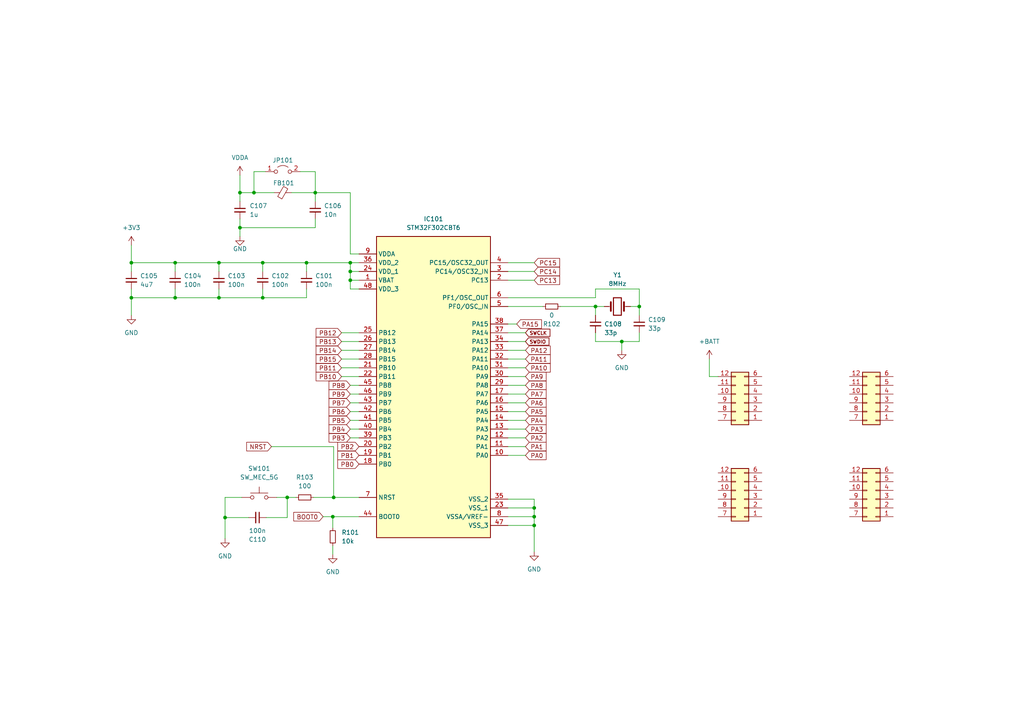
<source format=kicad_sch>
(kicad_sch (version 20230121) (generator eeschema)

  (uuid 7f70e913-49b2-4261-b655-348729bdf577)

  (paper "A4")

  (lib_symbols
    (symbol "Connector_Generic_MountingPin:Conn_02x06_Top_Bottom_MountingPin" (pin_names (offset 1.016) hide) (in_bom yes) (on_board yes)
      (property "Reference" "J1" (at 1.27 11.43 0)
        (effects (font (size 1.27 1.27)))
      )
      (property "Value" "Conn_02x06_Top_Bottom_MountingPin" (at 1.27 8.89 0)
        (effects (font (size 1.27 1.27)))
      )
      (property "Footprint" "Connector_PinHeader_2.54mm:PinHeader_2x06_P2.54mm_Vertical" (at 0 0 0)
        (effects (font (size 1.27 1.27)) hide)
      )
      (property "Datasheet" "~" (at 0 0 0)
        (effects (font (size 1.27 1.27)) hide)
      )
      (property "ki_keywords" "connector" (at 0 0 0)
        (effects (font (size 1.27 1.27)) hide)
      )
      (property "ki_description" "Generic connectable mounting pin connector, double row, 02x06, top/bottom pin numbering scheme (row 1: 1...pins_per_row, row2: pins_per_row+1 ... num_pins), script generated (kicad-library-utils/schlib/autogen/connector/)" (at 0 0 0)
        (effects (font (size 1.27 1.27)) hide)
      )
      (property "ki_fp_filters" "Connector*:*_2x??-1MP*" (at 0 0 0)
        (effects (font (size 1.27 1.27)) hide)
      )
      (symbol "Conn_02x06_Top_Bottom_MountingPin_1_1"
        (rectangle (start -1.27 -7.493) (end 0 -7.747)
          (stroke (width 0.1524) (type default))
          (fill (type none))
        )
        (rectangle (start -1.27 -4.953) (end 0 -5.207)
          (stroke (width 0.1524) (type default))
          (fill (type none))
        )
        (rectangle (start -1.27 -2.413) (end 0 -2.667)
          (stroke (width 0.1524) (type default))
          (fill (type none))
        )
        (rectangle (start -1.27 0.127) (end 0 -0.127)
          (stroke (width 0.1524) (type default))
          (fill (type none))
        )
        (rectangle (start -1.27 2.667) (end 0 2.413)
          (stroke (width 0.1524) (type default))
          (fill (type none))
        )
        (rectangle (start -1.27 5.207) (end 0 4.953)
          (stroke (width 0.1524) (type default))
          (fill (type none))
        )
        (rectangle (start -1.27 6.35) (end 3.81 -8.89)
          (stroke (width 0.254) (type default))
          (fill (type background))
        )
        (rectangle (start 3.81 -7.493) (end 2.54 -7.747)
          (stroke (width 0.1524) (type default))
          (fill (type none))
        )
        (rectangle (start 3.81 -4.953) (end 2.54 -5.207)
          (stroke (width 0.1524) (type default))
          (fill (type none))
        )
        (rectangle (start 3.81 -2.413) (end 2.54 -2.667)
          (stroke (width 0.1524) (type default))
          (fill (type none))
        )
        (rectangle (start 3.81 0.127) (end 2.54 -0.127)
          (stroke (width 0.1524) (type default))
          (fill (type none))
        )
        (rectangle (start 3.81 2.667) (end 2.54 2.413)
          (stroke (width 0.1524) (type default))
          (fill (type none))
        )
        (rectangle (start 3.81 5.207) (end 2.54 4.953)
          (stroke (width 0.1524) (type default))
          (fill (type none))
        )
        (pin passive line (at -5.08 5.08 0) (length 3.81)
          (name "Pin_1" (effects (font (size 1.27 1.27))))
          (number "1" (effects (font (size 1.27 1.27))))
        )
        (pin passive line (at 7.62 -2.54 180) (length 3.81)
          (name "Pin_10" (effects (font (size 1.27 1.27))))
          (number "10" (effects (font (size 1.27 1.27))))
        )
        (pin passive line (at 7.62 -5.08 180) (length 3.81)
          (name "Pin_11" (effects (font (size 1.27 1.27))))
          (number "11" (effects (font (size 1.27 1.27))))
        )
        (pin passive line (at 7.62 -7.62 180) (length 3.81)
          (name "Pin_12" (effects (font (size 1.27 1.27))))
          (number "12" (effects (font (size 1.27 1.27))))
        )
        (pin passive line (at -5.08 2.54 0) (length 3.81)
          (name "Pin_2" (effects (font (size 1.27 1.27))))
          (number "2" (effects (font (size 1.27 1.27))))
        )
        (pin passive line (at -5.08 0 0) (length 3.81)
          (name "Pin_3" (effects (font (size 1.27 1.27))))
          (number "3" (effects (font (size 1.27 1.27))))
        )
        (pin passive line (at -5.08 -2.54 0) (length 3.81)
          (name "Pin_4" (effects (font (size 1.27 1.27))))
          (number "4" (effects (font (size 1.27 1.27))))
        )
        (pin passive line (at -5.08 -5.08 0) (length 3.81)
          (name "Pin_5" (effects (font (size 1.27 1.27))))
          (number "5" (effects (font (size 1.27 1.27))))
        )
        (pin passive line (at -5.08 -7.62 0) (length 3.81)
          (name "Pin_6" (effects (font (size 1.27 1.27))))
          (number "6" (effects (font (size 1.27 1.27))))
        )
        (pin passive line (at 7.62 5.08 180) (length 3.81)
          (name "Pin_7" (effects (font (size 1.27 1.27))))
          (number "7" (effects (font (size 1.27 1.27))))
        )
        (pin passive line (at 7.62 2.54 180) (length 3.81)
          (name "Pin_8" (effects (font (size 1.27 1.27))))
          (number "8" (effects (font (size 1.27 1.27))))
        )
        (pin passive line (at 7.62 0 180) (length 3.81)
          (name "Pin_9" (effects (font (size 1.27 1.27))))
          (number "9" (effects (font (size 1.27 1.27))))
        )
      )
    )
    (symbol "Device:C_Small" (pin_numbers hide) (pin_names (offset 0.254) hide) (in_bom yes) (on_board yes)
      (property "Reference" "C" (at 0.254 1.778 0)
        (effects (font (size 1.27 1.27)) (justify left))
      )
      (property "Value" "C_Small" (at 0.254 -2.032 0)
        (effects (font (size 1.27 1.27)) (justify left))
      )
      (property "Footprint" "" (at 0 0 0)
        (effects (font (size 1.27 1.27)) hide)
      )
      (property "Datasheet" "~" (at 0 0 0)
        (effects (font (size 1.27 1.27)) hide)
      )
      (property "ki_keywords" "capacitor cap" (at 0 0 0)
        (effects (font (size 1.27 1.27)) hide)
      )
      (property "ki_description" "Unpolarized capacitor, small symbol" (at 0 0 0)
        (effects (font (size 1.27 1.27)) hide)
      )
      (property "ki_fp_filters" "C_*" (at 0 0 0)
        (effects (font (size 1.27 1.27)) hide)
      )
      (symbol "C_Small_0_1"
        (polyline
          (pts
            (xy -1.524 -0.508)
            (xy 1.524 -0.508)
          )
          (stroke (width 0.3302) (type default))
          (fill (type none))
        )
        (polyline
          (pts
            (xy -1.524 0.508)
            (xy 1.524 0.508)
          )
          (stroke (width 0.3048) (type default))
          (fill (type none))
        )
      )
      (symbol "C_Small_1_1"
        (pin passive line (at 0 2.54 270) (length 2.032)
          (name "~" (effects (font (size 1.27 1.27))))
          (number "1" (effects (font (size 1.27 1.27))))
        )
        (pin passive line (at 0 -2.54 90) (length 2.032)
          (name "~" (effects (font (size 1.27 1.27))))
          (number "2" (effects (font (size 1.27 1.27))))
        )
      )
    )
    (symbol "Device:Crystal" (pin_numbers hide) (pin_names (offset 1.016) hide) (in_bom yes) (on_board yes)
      (property "Reference" "Y" (at 0 3.81 0)
        (effects (font (size 1.27 1.27)))
      )
      (property "Value" "Crystal" (at 0 -3.81 0)
        (effects (font (size 1.27 1.27)))
      )
      (property "Footprint" "" (at 0 0 0)
        (effects (font (size 1.27 1.27)) hide)
      )
      (property "Datasheet" "~" (at 0 0 0)
        (effects (font (size 1.27 1.27)) hide)
      )
      (property "ki_keywords" "quartz ceramic resonator oscillator" (at 0 0 0)
        (effects (font (size 1.27 1.27)) hide)
      )
      (property "ki_description" "Two pin crystal" (at 0 0 0)
        (effects (font (size 1.27 1.27)) hide)
      )
      (property "ki_fp_filters" "Crystal*" (at 0 0 0)
        (effects (font (size 1.27 1.27)) hide)
      )
      (symbol "Crystal_0_1"
        (rectangle (start -1.143 2.54) (end 1.143 -2.54)
          (stroke (width 0.3048) (type default))
          (fill (type none))
        )
        (polyline
          (pts
            (xy -2.54 0)
            (xy -1.905 0)
          )
          (stroke (width 0) (type default))
          (fill (type none))
        )
        (polyline
          (pts
            (xy -1.905 -1.27)
            (xy -1.905 1.27)
          )
          (stroke (width 0.508) (type default))
          (fill (type none))
        )
        (polyline
          (pts
            (xy 1.905 -1.27)
            (xy 1.905 1.27)
          )
          (stroke (width 0.508) (type default))
          (fill (type none))
        )
        (polyline
          (pts
            (xy 2.54 0)
            (xy 1.905 0)
          )
          (stroke (width 0) (type default))
          (fill (type none))
        )
      )
      (symbol "Crystal_1_1"
        (pin passive line (at -3.81 0 0) (length 1.27)
          (name "1" (effects (font (size 1.27 1.27))))
          (number "1" (effects (font (size 1.27 1.27))))
        )
        (pin passive line (at 3.81 0 180) (length 1.27)
          (name "2" (effects (font (size 1.27 1.27))))
          (number "2" (effects (font (size 1.27 1.27))))
        )
      )
    )
    (symbol "Device:FerriteBead_Small" (pin_numbers hide) (pin_names (offset 0)) (in_bom yes) (on_board yes)
      (property "Reference" "FB" (at 1.905 1.27 0)
        (effects (font (size 1.27 1.27)) (justify left))
      )
      (property "Value" "FerriteBead_Small" (at 1.905 -1.27 0)
        (effects (font (size 1.27 1.27)) (justify left))
      )
      (property "Footprint" "" (at -1.778 0 90)
        (effects (font (size 1.27 1.27)) hide)
      )
      (property "Datasheet" "~" (at 0 0 0)
        (effects (font (size 1.27 1.27)) hide)
      )
      (property "ki_keywords" "L ferrite bead inductor filter" (at 0 0 0)
        (effects (font (size 1.27 1.27)) hide)
      )
      (property "ki_description" "Ferrite bead, small symbol" (at 0 0 0)
        (effects (font (size 1.27 1.27)) hide)
      )
      (property "ki_fp_filters" "Inductor_* L_* *Ferrite*" (at 0 0 0)
        (effects (font (size 1.27 1.27)) hide)
      )
      (symbol "FerriteBead_Small_0_1"
        (polyline
          (pts
            (xy 0 -1.27)
            (xy 0 -0.7874)
          )
          (stroke (width 0) (type default))
          (fill (type none))
        )
        (polyline
          (pts
            (xy 0 0.889)
            (xy 0 1.2954)
          )
          (stroke (width 0) (type default))
          (fill (type none))
        )
        (polyline
          (pts
            (xy -1.8288 0.2794)
            (xy -1.1176 1.4986)
            (xy 1.8288 -0.2032)
            (xy 1.1176 -1.4224)
            (xy -1.8288 0.2794)
          )
          (stroke (width 0) (type default))
          (fill (type none))
        )
      )
      (symbol "FerriteBead_Small_1_1"
        (pin passive line (at 0 2.54 270) (length 1.27)
          (name "~" (effects (font (size 1.27 1.27))))
          (number "1" (effects (font (size 1.27 1.27))))
        )
        (pin passive line (at 0 -2.54 90) (length 1.27)
          (name "~" (effects (font (size 1.27 1.27))))
          (number "2" (effects (font (size 1.27 1.27))))
        )
      )
    )
    (symbol "Device:R_Small" (pin_numbers hide) (pin_names (offset 0.254) hide) (in_bom yes) (on_board yes)
      (property "Reference" "R" (at 0.762 0.508 0)
        (effects (font (size 1.27 1.27)) (justify left))
      )
      (property "Value" "R_Small" (at 0.762 -1.016 0)
        (effects (font (size 1.27 1.27)) (justify left))
      )
      (property "Footprint" "" (at 0 0 0)
        (effects (font (size 1.27 1.27)) hide)
      )
      (property "Datasheet" "~" (at 0 0 0)
        (effects (font (size 1.27 1.27)) hide)
      )
      (property "ki_keywords" "R resistor" (at 0 0 0)
        (effects (font (size 1.27 1.27)) hide)
      )
      (property "ki_description" "Resistor, small symbol" (at 0 0 0)
        (effects (font (size 1.27 1.27)) hide)
      )
      (property "ki_fp_filters" "R_*" (at 0 0 0)
        (effects (font (size 1.27 1.27)) hide)
      )
      (symbol "R_Small_0_1"
        (rectangle (start -0.762 1.778) (end 0.762 -1.778)
          (stroke (width 0.2032) (type default))
          (fill (type none))
        )
      )
      (symbol "R_Small_1_1"
        (pin passive line (at 0 2.54 270) (length 0.762)
          (name "~" (effects (font (size 1.27 1.27))))
          (number "1" (effects (font (size 1.27 1.27))))
        )
        (pin passive line (at 0 -2.54 90) (length 0.762)
          (name "~" (effects (font (size 1.27 1.27))))
          (number "2" (effects (font (size 1.27 1.27))))
        )
      )
    )
    (symbol "Jumper:Jumper_2_Open" (pin_names (offset 0) hide) (in_bom yes) (on_board yes)
      (property "Reference" "JP" (at 0 2.794 0)
        (effects (font (size 1.27 1.27)))
      )
      (property "Value" "Jumper_2_Open" (at 0 -2.286 0)
        (effects (font (size 1.27 1.27)))
      )
      (property "Footprint" "" (at 0 0 0)
        (effects (font (size 1.27 1.27)) hide)
      )
      (property "Datasheet" "~" (at 0 0 0)
        (effects (font (size 1.27 1.27)) hide)
      )
      (property "ki_keywords" "Jumper SPST" (at 0 0 0)
        (effects (font (size 1.27 1.27)) hide)
      )
      (property "ki_description" "Jumper, 2-pole, open" (at 0 0 0)
        (effects (font (size 1.27 1.27)) hide)
      )
      (property "ki_fp_filters" "Jumper* TestPoint*2Pads* TestPoint*Bridge*" (at 0 0 0)
        (effects (font (size 1.27 1.27)) hide)
      )
      (symbol "Jumper_2_Open_0_0"
        (circle (center -2.032 0) (radius 0.508)
          (stroke (width 0) (type default))
          (fill (type none))
        )
        (circle (center 2.032 0) (radius 0.508)
          (stroke (width 0) (type default))
          (fill (type none))
        )
      )
      (symbol "Jumper_2_Open_0_1"
        (arc (start 1.524 1.27) (mid 0 1.778) (end -1.524 1.27)
          (stroke (width 0) (type default))
          (fill (type none))
        )
      )
      (symbol "Jumper_2_Open_1_1"
        (pin passive line (at -5.08 0 0) (length 2.54)
          (name "A" (effects (font (size 1.27 1.27))))
          (number "1" (effects (font (size 1.27 1.27))))
        )
        (pin passive line (at 5.08 0 180) (length 2.54)
          (name "B" (effects (font (size 1.27 1.27))))
          (number "2" (effects (font (size 1.27 1.27))))
        )
      )
    )
    (symbol "SamacSys_Parts:STM32F302CBT6" (in_bom yes) (on_board yes)
      (property "Reference" "IC" (at 22.86 17.78 0)
        (effects (font (size 1.27 1.27)) (justify left top))
      )
      (property "Value" "STM32F302CBT6" (at 22.86 15.24 0)
        (effects (font (size 1.27 1.27)) (justify left top))
      )
      (property "Footprint" "QFP50P900X900X160-48N" (at 5.08 -78.74 0)
        (effects (font (size 1.27 1.27)) (justify left top) hide)
      )
      (property "Datasheet" "http://www.st.com/web/en/resource/technical/document/datasheet/DM00094064.pdf" (at 39.37 -184.76 0)
        (effects (font (size 1.27 1.27)) (justify left top) hide)
      )
      (property "Height" "1.6" (at 39.37 -384.76 0)
        (effects (font (size 1.27 1.27)) (justify left top) hide)
      )
      (property "Mouser Part Number" "511-STM32F302CBT6" (at 39.37 -484.76 0)
        (effects (font (size 1.27 1.27)) (justify left top) hide)
      )
      (property "Mouser Price/Stock" "https://www.mouser.co.uk/ProductDetail/STMicroelectronics/STM32F302CBT6?qs=MgMGkPeFqc9mNHDa48Rp7g%3D%3D" (at 39.37 -584.76 0)
        (effects (font (size 1.27 1.27)) (justify left top) hide)
      )
      (property "Manufacturer_Name" "STMicroelectronics" (at 39.37 -684.76 0)
        (effects (font (size 1.27 1.27)) (justify left top) hide)
      )
      (property "Manufacturer_Part_Number" "STM32F302CBT6" (at 39.37 -784.76 0)
        (effects (font (size 1.27 1.27)) (justify left top) hide)
      )
      (property "ki_description" "STMICROELECTRONICS - STM32F302CBT6 - ARM MCU, General Purpose, STM32 Family STM32F3 Series Microcontrollers, ARM Cortex-M4, 32bit" (at 0 0 0)
        (effects (font (size 1.27 1.27)) hide)
      )
      (symbol "STM32F302CBT6_1_1"
        (rectangle (start 5.08 12.7) (end 38.1 -74.676)
          (stroke (width 0.254) (type default))
          (fill (type background))
        )
        (pin passive line (at 0 0 0) (length 5.08)
          (name "VBAT" (effects (font (size 1.27 1.27))))
          (number "1" (effects (font (size 1.27 1.27))))
        )
        (pin passive line (at 43.18 -50.8 180) (length 5.08)
          (name "PA0" (effects (font (size 1.27 1.27))))
          (number "10" (effects (font (size 1.27 1.27))))
        )
        (pin passive line (at 43.18 -48.26 180) (length 5.08)
          (name "PA1" (effects (font (size 1.27 1.27))))
          (number "11" (effects (font (size 1.27 1.27))))
        )
        (pin passive line (at 43.18 -45.72 180) (length 5.08)
          (name "PA2" (effects (font (size 1.27 1.27))))
          (number "12" (effects (font (size 1.27 1.27))))
        )
        (pin passive line (at 43.18 -43.18 180) (length 5.08)
          (name "PA3" (effects (font (size 1.27 1.27))))
          (number "13" (effects (font (size 1.27 1.27))))
        )
        (pin passive line (at 43.18 -40.64 180) (length 5.08)
          (name "PA4" (effects (font (size 1.27 1.27))))
          (number "14" (effects (font (size 1.27 1.27))))
        )
        (pin passive line (at 43.18 -38.1 180) (length 5.08)
          (name "PA5" (effects (font (size 1.27 1.27))))
          (number "15" (effects (font (size 1.27 1.27))))
        )
        (pin passive line (at 43.18 -35.56 180) (length 5.08)
          (name "PA6" (effects (font (size 1.27 1.27))))
          (number "16" (effects (font (size 1.27 1.27))))
        )
        (pin passive line (at 43.18 -33.02 180) (length 5.08)
          (name "PA7" (effects (font (size 1.27 1.27))))
          (number "17" (effects (font (size 1.27 1.27))))
        )
        (pin passive line (at 0 -53.34 0) (length 5.08)
          (name "PB0" (effects (font (size 1.27 1.27))))
          (number "18" (effects (font (size 1.27 1.27))))
        )
        (pin passive line (at 0 -50.8 0) (length 5.08)
          (name "PB1" (effects (font (size 1.27 1.27))))
          (number "19" (effects (font (size 1.27 1.27))))
        )
        (pin passive line (at 43.18 0 180) (length 5.08)
          (name "PC13" (effects (font (size 1.27 1.27))))
          (number "2" (effects (font (size 1.27 1.27))))
        )
        (pin passive line (at 0 -48.26 0) (length 5.08)
          (name "PB2" (effects (font (size 1.27 1.27))))
          (number "20" (effects (font (size 1.27 1.27))))
        )
        (pin passive line (at 0 -25.4 0) (length 5.08)
          (name "PB10" (effects (font (size 1.27 1.27))))
          (number "21" (effects (font (size 1.27 1.27))))
        )
        (pin passive line (at 0 -27.94 0) (length 5.08)
          (name "PB11" (effects (font (size 1.27 1.27))))
          (number "22" (effects (font (size 1.27 1.27))))
        )
        (pin passive line (at 43.18 -66.04 180) (length 5.08)
          (name "VSS_1" (effects (font (size 1.27 1.27))))
          (number "23" (effects (font (size 1.27 1.27))))
        )
        (pin passive line (at 0 2.54 0) (length 5.08)
          (name "VDD_1" (effects (font (size 1.27 1.27))))
          (number "24" (effects (font (size 1.27 1.27))))
        )
        (pin passive line (at 0 -15.24 0) (length 5.08)
          (name "PB12" (effects (font (size 1.27 1.27))))
          (number "25" (effects (font (size 1.27 1.27))))
        )
        (pin passive line (at 0 -17.78 0) (length 5.08)
          (name "PB13" (effects (font (size 1.27 1.27))))
          (number "26" (effects (font (size 1.27 1.27))))
        )
        (pin passive line (at 0 -20.32 0) (length 5.08)
          (name "PB14" (effects (font (size 1.27 1.27))))
          (number "27" (effects (font (size 1.27 1.27))))
        )
        (pin passive line (at 0 -22.86 0) (length 5.08)
          (name "PB15" (effects (font (size 1.27 1.27))))
          (number "28" (effects (font (size 1.27 1.27))))
        )
        (pin passive line (at 43.18 -30.48 180) (length 5.08)
          (name "PA8" (effects (font (size 1.27 1.27))))
          (number "29" (effects (font (size 1.27 1.27))))
        )
        (pin passive line (at 43.18 2.54 180) (length 5.08)
          (name "PC14/OSC32_IN" (effects (font (size 1.27 1.27))))
          (number "3" (effects (font (size 1.27 1.27))))
        )
        (pin passive line (at 43.18 -27.94 180) (length 5.08)
          (name "PA9" (effects (font (size 1.27 1.27))))
          (number "30" (effects (font (size 1.27 1.27))))
        )
        (pin passive line (at 43.18 -25.4 180) (length 5.08)
          (name "PA10" (effects (font (size 1.27 1.27))))
          (number "31" (effects (font (size 1.27 1.27))))
        )
        (pin passive line (at 43.18 -22.86 180) (length 5.08)
          (name "PA11" (effects (font (size 1.27 1.27))))
          (number "32" (effects (font (size 1.27 1.27))))
        )
        (pin passive line (at 43.18 -20.32 180) (length 5.08)
          (name "PA12" (effects (font (size 1.27 1.27))))
          (number "33" (effects (font (size 1.27 1.27))))
        )
        (pin passive line (at 43.18 -17.78 180) (length 5.08)
          (name "PA13" (effects (font (size 1.27 1.27))))
          (number "34" (effects (font (size 1.27 1.27))))
        )
        (pin passive line (at 43.18 -63.5 180) (length 5.08)
          (name "VSS_2" (effects (font (size 1.27 1.27))))
          (number "35" (effects (font (size 1.27 1.27))))
        )
        (pin passive line (at 0 5.08 0) (length 5.08)
          (name "VDD_2" (effects (font (size 1.27 1.27))))
          (number "36" (effects (font (size 1.27 1.27))))
        )
        (pin passive line (at 43.18 -15.24 180) (length 5.08)
          (name "PA14" (effects (font (size 1.27 1.27))))
          (number "37" (effects (font (size 1.27 1.27))))
        )
        (pin passive line (at 43.18 -12.7 180) (length 5.08)
          (name "PA15" (effects (font (size 1.27 1.27))))
          (number "38" (effects (font (size 1.27 1.27))))
        )
        (pin passive line (at 0 -45.72 0) (length 5.08)
          (name "PB3" (effects (font (size 1.27 1.27))))
          (number "39" (effects (font (size 1.27 1.27))))
        )
        (pin passive line (at 43.18 5.08 180) (length 5.08)
          (name "PC15/OSC32_OUT" (effects (font (size 1.27 1.27))))
          (number "4" (effects (font (size 1.27 1.27))))
        )
        (pin passive line (at 0 -43.18 0) (length 5.08)
          (name "PB4" (effects (font (size 1.27 1.27))))
          (number "40" (effects (font (size 1.27 1.27))))
        )
        (pin passive line (at 0 -40.64 0) (length 5.08)
          (name "PB5" (effects (font (size 1.27 1.27))))
          (number "41" (effects (font (size 1.27 1.27))))
        )
        (pin passive line (at 0 -38.1 0) (length 5.08)
          (name "PB6" (effects (font (size 1.27 1.27))))
          (number "42" (effects (font (size 1.27 1.27))))
        )
        (pin passive line (at 0 -35.56 0) (length 5.08)
          (name "PB7" (effects (font (size 1.27 1.27))))
          (number "43" (effects (font (size 1.27 1.27))))
        )
        (pin passive line (at 0 -68.58 0) (length 5.08)
          (name "BOOT0" (effects (font (size 1.27 1.27))))
          (number "44" (effects (font (size 1.27 1.27))))
        )
        (pin passive line (at 0 -30.48 0) (length 5.08)
          (name "PB8" (effects (font (size 1.27 1.27))))
          (number "45" (effects (font (size 1.27 1.27))))
        )
        (pin passive line (at 0 -33.02 0) (length 5.08)
          (name "PB9" (effects (font (size 1.27 1.27))))
          (number "46" (effects (font (size 1.27 1.27))))
        )
        (pin passive line (at 43.18 -71.12 180) (length 5.08)
          (name "VSS_3" (effects (font (size 1.27 1.27))))
          (number "47" (effects (font (size 1.27 1.27))))
        )
        (pin passive line (at 0 -2.54 0) (length 5.08)
          (name "VDD_3" (effects (font (size 1.27 1.27))))
          (number "48" (effects (font (size 1.27 1.27))))
        )
        (pin passive line (at 43.18 -7.62 180) (length 5.08)
          (name "PF0/OSC_IN" (effects (font (size 1.27 1.27))))
          (number "5" (effects (font (size 1.27 1.27))))
        )
        (pin passive line (at 43.18 -5.08 180) (length 5.08)
          (name "PF1/OSC_OUT" (effects (font (size 1.27 1.27))))
          (number "6" (effects (font (size 1.27 1.27))))
        )
        (pin passive line (at 0 -62.992 0) (length 5.08)
          (name "NRST" (effects (font (size 1.27 1.27))))
          (number "7" (effects (font (size 1.27 1.27))))
        )
        (pin passive line (at 43.18 -68.58 180) (length 5.08)
          (name "VSSA/VREF-" (effects (font (size 1.27 1.27))))
          (number "8" (effects (font (size 1.27 1.27))))
        )
        (pin passive line (at 0 7.62 0) (length 5.08)
          (name "VDDA" (effects (font (size 1.27 1.27))))
          (number "9" (effects (font (size 1.27 1.27))))
        )
      )
    )
    (symbol "Switch:SW_MEC_5G" (pin_numbers hide) (pin_names (offset 1.016) hide) (in_bom yes) (on_board yes)
      (property "Reference" "SW" (at 1.27 2.54 0)
        (effects (font (size 1.27 1.27)) (justify left))
      )
      (property "Value" "SW_MEC_5G" (at 0 -1.524 0)
        (effects (font (size 1.27 1.27)))
      )
      (property "Footprint" "" (at 0 5.08 0)
        (effects (font (size 1.27 1.27)) hide)
      )
      (property "Datasheet" "http://www.apem.com/int/index.php?controller=attachment&id_attachment=488" (at 0 5.08 0)
        (effects (font (size 1.27 1.27)) hide)
      )
      (property "ki_keywords" "switch normally-open pushbutton push-button" (at 0 0 0)
        (effects (font (size 1.27 1.27)) hide)
      )
      (property "ki_description" "MEC 5G single pole normally-open tactile switch" (at 0 0 0)
        (effects (font (size 1.27 1.27)) hide)
      )
      (property "ki_fp_filters" "SW*MEC*5G*" (at 0 0 0)
        (effects (font (size 1.27 1.27)) hide)
      )
      (symbol "SW_MEC_5G_0_1"
        (circle (center -2.032 0) (radius 0.508)
          (stroke (width 0) (type default))
          (fill (type none))
        )
        (polyline
          (pts
            (xy 0 1.27)
            (xy 0 3.048)
          )
          (stroke (width 0) (type default))
          (fill (type none))
        )
        (polyline
          (pts
            (xy 2.54 1.27)
            (xy -2.54 1.27)
          )
          (stroke (width 0) (type default))
          (fill (type none))
        )
        (circle (center 2.032 0) (radius 0.508)
          (stroke (width 0) (type default))
          (fill (type none))
        )
        (pin passive line (at -5.08 0 0) (length 2.54)
          (name "A" (effects (font (size 1.27 1.27))))
          (number "1" (effects (font (size 1.27 1.27))))
        )
        (pin passive line (at 5.08 0 180) (length 2.54)
          (name "B" (effects (font (size 1.27 1.27))))
          (number "3" (effects (font (size 1.27 1.27))))
        )
      )
      (symbol "SW_MEC_5G_1_1"
        (pin passive line (at -5.08 0 0) (length 2.54) hide
          (name "A" (effects (font (size 1.27 1.27))))
          (number "2" (effects (font (size 1.27 1.27))))
        )
        (pin passive line (at 5.08 0 180) (length 2.54) hide
          (name "B" (effects (font (size 1.27 1.27))))
          (number "4" (effects (font (size 1.27 1.27))))
        )
      )
    )
    (symbol "power:+3V3" (power) (pin_names (offset 0)) (in_bom yes) (on_board yes)
      (property "Reference" "#PWR" (at 0 -3.81 0)
        (effects (font (size 1.27 1.27)) hide)
      )
      (property "Value" "+3V3" (at 0 3.556 0)
        (effects (font (size 1.27 1.27)))
      )
      (property "Footprint" "" (at 0 0 0)
        (effects (font (size 1.27 1.27)) hide)
      )
      (property "Datasheet" "" (at 0 0 0)
        (effects (font (size 1.27 1.27)) hide)
      )
      (property "ki_keywords" "global power" (at 0 0 0)
        (effects (font (size 1.27 1.27)) hide)
      )
      (property "ki_description" "Power symbol creates a global label with name \"+3V3\"" (at 0 0 0)
        (effects (font (size 1.27 1.27)) hide)
      )
      (symbol "+3V3_0_1"
        (polyline
          (pts
            (xy -0.762 1.27)
            (xy 0 2.54)
          )
          (stroke (width 0) (type default))
          (fill (type none))
        )
        (polyline
          (pts
            (xy 0 0)
            (xy 0 2.54)
          )
          (stroke (width 0) (type default))
          (fill (type none))
        )
        (polyline
          (pts
            (xy 0 2.54)
            (xy 0.762 1.27)
          )
          (stroke (width 0) (type default))
          (fill (type none))
        )
      )
      (symbol "+3V3_1_1"
        (pin power_in line (at 0 0 90) (length 0) hide
          (name "+3V3" (effects (font (size 1.27 1.27))))
          (number "1" (effects (font (size 1.27 1.27))))
        )
      )
    )
    (symbol "power:+BATT" (power) (pin_names (offset 0)) (in_bom yes) (on_board yes)
      (property "Reference" "#PWR" (at 0 -3.81 0)
        (effects (font (size 1.27 1.27)) hide)
      )
      (property "Value" "+BATT" (at 0 3.556 0)
        (effects (font (size 1.27 1.27)))
      )
      (property "Footprint" "" (at 0 0 0)
        (effects (font (size 1.27 1.27)) hide)
      )
      (property "Datasheet" "" (at 0 0 0)
        (effects (font (size 1.27 1.27)) hide)
      )
      (property "ki_keywords" "global power battery" (at 0 0 0)
        (effects (font (size 1.27 1.27)) hide)
      )
      (property "ki_description" "Power symbol creates a global label with name \"+BATT\"" (at 0 0 0)
        (effects (font (size 1.27 1.27)) hide)
      )
      (symbol "+BATT_0_1"
        (polyline
          (pts
            (xy -0.762 1.27)
            (xy 0 2.54)
          )
          (stroke (width 0) (type default))
          (fill (type none))
        )
        (polyline
          (pts
            (xy 0 0)
            (xy 0 2.54)
          )
          (stroke (width 0) (type default))
          (fill (type none))
        )
        (polyline
          (pts
            (xy 0 2.54)
            (xy 0.762 1.27)
          )
          (stroke (width 0) (type default))
          (fill (type none))
        )
      )
      (symbol "+BATT_1_1"
        (pin power_in line (at 0 0 90) (length 0) hide
          (name "+BATT" (effects (font (size 1.27 1.27))))
          (number "1" (effects (font (size 1.27 1.27))))
        )
      )
    )
    (symbol "power:GND" (power) (pin_names (offset 0)) (in_bom yes) (on_board yes)
      (property "Reference" "#PWR" (at 0 -6.35 0)
        (effects (font (size 1.27 1.27)) hide)
      )
      (property "Value" "GND" (at 0 -3.81 0)
        (effects (font (size 1.27 1.27)))
      )
      (property "Footprint" "" (at 0 0 0)
        (effects (font (size 1.27 1.27)) hide)
      )
      (property "Datasheet" "" (at 0 0 0)
        (effects (font (size 1.27 1.27)) hide)
      )
      (property "ki_keywords" "global power" (at 0 0 0)
        (effects (font (size 1.27 1.27)) hide)
      )
      (property "ki_description" "Power symbol creates a global label with name \"GND\" , ground" (at 0 0 0)
        (effects (font (size 1.27 1.27)) hide)
      )
      (symbol "GND_0_1"
        (polyline
          (pts
            (xy 0 0)
            (xy 0 -1.27)
            (xy 1.27 -1.27)
            (xy 0 -2.54)
            (xy -1.27 -1.27)
            (xy 0 -1.27)
          )
          (stroke (width 0) (type default))
          (fill (type none))
        )
      )
      (symbol "GND_1_1"
        (pin power_in line (at 0 0 270) (length 0) hide
          (name "GND" (effects (font (size 1.27 1.27))))
          (number "1" (effects (font (size 1.27 1.27))))
        )
      )
    )
    (symbol "power:VDDA" (power) (pin_names (offset 0)) (in_bom yes) (on_board yes)
      (property "Reference" "#PWR" (at 0 -3.81 0)
        (effects (font (size 1.27 1.27)) hide)
      )
      (property "Value" "VDDA" (at 0 3.81 0)
        (effects (font (size 1.27 1.27)))
      )
      (property "Footprint" "" (at 0 0 0)
        (effects (font (size 1.27 1.27)) hide)
      )
      (property "Datasheet" "" (at 0 0 0)
        (effects (font (size 1.27 1.27)) hide)
      )
      (property "ki_keywords" "global power" (at 0 0 0)
        (effects (font (size 1.27 1.27)) hide)
      )
      (property "ki_description" "Power symbol creates a global label with name \"VDDA\"" (at 0 0 0)
        (effects (font (size 1.27 1.27)) hide)
      )
      (symbol "VDDA_0_1"
        (polyline
          (pts
            (xy -0.762 1.27)
            (xy 0 2.54)
          )
          (stroke (width 0) (type default))
          (fill (type none))
        )
        (polyline
          (pts
            (xy 0 0)
            (xy 0 2.54)
          )
          (stroke (width 0) (type default))
          (fill (type none))
        )
        (polyline
          (pts
            (xy 0 2.54)
            (xy 0.762 1.27)
          )
          (stroke (width 0) (type default))
          (fill (type none))
        )
      )
      (symbol "VDDA_1_1"
        (pin power_in line (at 0 0 90) (length 0) hide
          (name "VDDA" (effects (font (size 1.27 1.27))))
          (number "1" (effects (font (size 1.27 1.27))))
        )
      )
    )
  )

  (junction (at 154.94 152.4) (diameter 0) (color 0 0 0 0)
    (uuid 082da384-ce13-4c23-bc74-1d7d707465eb)
  )
  (junction (at 172.72 88.9) (diameter 0) (color 0 0 0 0)
    (uuid 148078c5-27e1-483b-9eac-e3d9b16b6bbc)
  )
  (junction (at 38.1 86.36) (diameter 0) (color 0 0 0 0)
    (uuid 1a18d713-1cbe-4acd-84cf-044bbb74d59f)
  )
  (junction (at 91.44 55.88) (diameter 0) (color 0 0 0 0)
    (uuid 36df15a3-c94a-4e86-9843-6f711643712f)
  )
  (junction (at 96.774 144.272) (diameter 0) (color 0 0 0 0)
    (uuid 48219784-cf22-4535-ba5e-37988ce77507)
  )
  (junction (at 76.2 76.2) (diameter 0) (color 0 0 0 0)
    (uuid 53a13b3f-887d-4aaa-91df-2c42d47728dd)
  )
  (junction (at 76.2 86.36) (diameter 0) (color 0 0 0 0)
    (uuid 5aaaf7c2-c5eb-4df4-ad82-6c15fa25eb1e)
  )
  (junction (at 63.5 76.2) (diameter 0) (color 0 0 0 0)
    (uuid 686a5358-2292-44d4-a1e7-f87f84cbfb01)
  )
  (junction (at 65.278 150.114) (diameter 0) (color 0 0 0 0)
    (uuid 7c519073-93c8-4741-99d6-d89810e76670)
  )
  (junction (at 180.34 99.06) (diameter 0) (color 0 0 0 0)
    (uuid 8b9d3154-6e7c-461c-a744-5b6a66b1fd34)
  )
  (junction (at 69.596 55.88) (diameter 0) (color 0 0 0 0)
    (uuid 8e58c620-aa9b-4394-afde-7a7269144ae0)
  )
  (junction (at 101.6 78.74) (diameter 0) (color 0 0 0 0)
    (uuid 8e66c21f-f516-4161-b756-3b2bf3f836cd)
  )
  (junction (at 73.66 55.88) (diameter 0) (color 0 0 0 0)
    (uuid 9075a8bd-57c0-497a-890f-579931f8c79a)
  )
  (junction (at 38.1 76.2) (diameter 0) (color 0 0 0 0)
    (uuid 96fba022-f9b0-49a1-80c1-2b3aba7b73fc)
  )
  (junction (at 88.9 76.2) (diameter 0) (color 0 0 0 0)
    (uuid 9d85f566-bbf0-4de7-85b0-37f067267e2e)
  )
  (junction (at 96.52 149.86) (diameter 0) (color 0 0 0 0)
    (uuid a612ed7a-fd4b-4f66-bed2-990eadb7ae9e)
  )
  (junction (at 185.42 88.9) (diameter 0) (color 0 0 0 0)
    (uuid af26a23c-6a74-4da5-96b2-97e435f0b0f2)
  )
  (junction (at 50.8 86.36) (diameter 0) (color 0 0 0 0)
    (uuid b86e8f62-cb4f-46f3-8052-fd7893203580)
  )
  (junction (at 154.94 149.86) (diameter 0) (color 0 0 0 0)
    (uuid c91faec5-f027-45ea-8247-b79a8350604a)
  )
  (junction (at 101.6 76.2) (diameter 0) (color 0 0 0 0)
    (uuid cd921c51-5a73-4b1d-a7f2-8068654e1d8a)
  )
  (junction (at 83.312 144.272) (diameter 0) (color 0 0 0 0)
    (uuid e1d87630-58ea-4b71-98de-5826569c4092)
  )
  (junction (at 101.6 81.28) (diameter 0) (color 0 0 0 0)
    (uuid e5e6de03-5a9b-44ae-bad1-4160d9224887)
  )
  (junction (at 154.94 147.32) (diameter 0) (color 0 0 0 0)
    (uuid f118a7e3-1246-455c-8a30-bda8084b30cc)
  )
  (junction (at 63.5 86.36) (diameter 0) (color 0 0 0 0)
    (uuid f8a06866-cca0-4f95-a6ca-420e580e4a1f)
  )
  (junction (at 50.8 76.2) (diameter 0) (color 0 0 0 0)
    (uuid f8a0fb06-24e6-4232-9892-b8762f1b2612)
  )
  (junction (at 69.596 66.04) (diameter 0) (color 0 0 0 0)
    (uuid fbe41318-c748-4ee5-a743-09879bdb8c86)
  )

  (wire (pts (xy 84.582 55.88) (xy 91.44 55.88))
    (stroke (width 0) (type default))
    (uuid 0355f8e8-edb6-45b8-ad5e-a36c728f54f8)
  )
  (wire (pts (xy 38.1 86.36) (xy 50.8 86.36))
    (stroke (width 0) (type default))
    (uuid 051a739e-ddf7-4fea-9dd0-8a7091d53171)
  )
  (wire (pts (xy 69.596 50.8) (xy 69.596 55.88))
    (stroke (width 0) (type default))
    (uuid 0540c057-f3a4-469e-938e-5ea9aa855f66)
  )
  (wire (pts (xy 147.32 132.08) (xy 152.4 132.08))
    (stroke (width 0) (type default))
    (uuid 0882acf8-7772-4a1c-b427-c7c437b8bd71)
  )
  (wire (pts (xy 69.596 55.88) (xy 69.596 58.42))
    (stroke (width 0) (type default))
    (uuid 092a69e3-3062-48cd-a701-3594c06eabdf)
  )
  (wire (pts (xy 180.34 99.06) (xy 185.42 99.06))
    (stroke (width 0) (type default))
    (uuid 096f6b3c-c9ad-41ea-abd9-1a16acc4596d)
  )
  (wire (pts (xy 83.312 150.114) (xy 83.312 144.272))
    (stroke (width 0) (type default))
    (uuid 0ac42b1f-0fd6-4818-84b4-ee69628fa014)
  )
  (wire (pts (xy 76.2 76.2) (xy 63.5 76.2))
    (stroke (width 0) (type default))
    (uuid 0e2bf6ae-e75a-4ab6-96b8-c32ba857280e)
  )
  (wire (pts (xy 99.06 99.06) (xy 104.14 99.06))
    (stroke (width 0) (type default))
    (uuid 10c43649-166b-45cf-b1f0-aae8d9cc133b)
  )
  (wire (pts (xy 63.5 76.2) (xy 63.5 78.74))
    (stroke (width 0) (type default))
    (uuid 1281f774-34f2-48c5-94d8-1fdd5677d81f)
  )
  (wire (pts (xy 69.596 55.88) (xy 73.66 55.88))
    (stroke (width 0) (type default))
    (uuid 136401f9-4f44-4700-8dc4-7d414fd4b3e9)
  )
  (wire (pts (xy 104.14 76.2) (xy 101.6 76.2))
    (stroke (width 0) (type default))
    (uuid 162a70cd-e5a1-4140-a903-9a39be65e9cd)
  )
  (wire (pts (xy 101.6 119.38) (xy 104.14 119.38))
    (stroke (width 0) (type default))
    (uuid 184cde3c-244c-453d-aab8-bd7da551c4f2)
  )
  (wire (pts (xy 147.32 116.84) (xy 152.4 116.84))
    (stroke (width 0) (type default))
    (uuid 1856a06b-37ff-40d2-85b3-4e3956f310a6)
  )
  (wire (pts (xy 185.42 99.06) (xy 185.42 96.52))
    (stroke (width 0) (type default))
    (uuid 1a515af2-bf29-46c0-b817-27f8d3b4fc38)
  )
  (wire (pts (xy 76.962 49.784) (xy 73.66 49.784))
    (stroke (width 0) (type default))
    (uuid 1e175323-7d1b-4bfc-b45e-12b2ef2d6638)
  )
  (wire (pts (xy 101.6 83.82) (xy 101.6 81.28))
    (stroke (width 0) (type default))
    (uuid 1eec4467-b38d-46cd-a17e-de5342ff25d7)
  )
  (wire (pts (xy 101.6 81.28) (xy 104.14 81.28))
    (stroke (width 0) (type default))
    (uuid 2134124c-b840-496e-ba95-78b8cf3ff7d2)
  )
  (wire (pts (xy 88.9 83.82) (xy 88.9 86.36))
    (stroke (width 0) (type default))
    (uuid 21abc0c8-d35a-4462-9e18-5bbb14b2cf12)
  )
  (wire (pts (xy 154.94 76.2) (xy 147.32 76.2))
    (stroke (width 0) (type default))
    (uuid 22692e2d-7b43-4c51-8461-d8ee81e9f2a6)
  )
  (wire (pts (xy 99.06 104.14) (xy 104.14 104.14))
    (stroke (width 0) (type default))
    (uuid 247a4585-7918-4445-aa64-97ba3fb77b2c)
  )
  (wire (pts (xy 69.596 63.5) (xy 69.596 66.04))
    (stroke (width 0) (type default))
    (uuid 2819f74e-8f73-42e5-a58f-8eff9a90d201)
  )
  (wire (pts (xy 182.88 88.9) (xy 185.42 88.9))
    (stroke (width 0) (type default))
    (uuid 2eae2f20-393b-4194-8258-066558e27851)
  )
  (wire (pts (xy 69.596 66.04) (xy 91.44 66.04))
    (stroke (width 0) (type default))
    (uuid 2f3d4dcc-6dd5-47fb-b13e-64b8ef4208b8)
  )
  (wire (pts (xy 91.44 55.88) (xy 91.44 49.784))
    (stroke (width 0) (type default))
    (uuid 30f09d19-a0ad-4032-9669-0e94f1f0fa93)
  )
  (wire (pts (xy 147.32 144.78) (xy 154.94 144.78))
    (stroke (width 0) (type default))
    (uuid 33f616bc-42cb-4cea-a838-e2026be7f25d)
  )
  (wire (pts (xy 147.32 88.9) (xy 157.48 88.9))
    (stroke (width 0) (type default))
    (uuid 3a9593b9-0b61-416c-a278-8e5034d2fa3d)
  )
  (wire (pts (xy 69.596 66.04) (xy 69.596 68.58))
    (stroke (width 0) (type default))
    (uuid 3c97a443-9724-4298-99a5-02505353f36a)
  )
  (wire (pts (xy 147.32 96.52) (xy 152.4 96.52))
    (stroke (width 0) (type default))
    (uuid 3fb158c4-82f6-48b8-883f-3cfad7132787)
  )
  (wire (pts (xy 91.44 55.88) (xy 91.44 58.42))
    (stroke (width 0) (type default))
    (uuid 4252b639-331a-461f-8f18-3fa3c0851982)
  )
  (wire (pts (xy 38.1 86.36) (xy 38.1 83.82))
    (stroke (width 0) (type default))
    (uuid 4668f21f-4799-45fa-813c-329d0f374b5c)
  )
  (wire (pts (xy 88.9 76.2) (xy 76.2 76.2))
    (stroke (width 0) (type default))
    (uuid 4cd398e6-b6d5-4b22-b386-c4a28943b0a7)
  )
  (wire (pts (xy 101.6 81.28) (xy 101.6 78.74))
    (stroke (width 0) (type default))
    (uuid 4f728705-f356-441e-bcb4-5cbbc707a8dc)
  )
  (wire (pts (xy 76.2 83.82) (xy 76.2 86.36))
    (stroke (width 0) (type default))
    (uuid 4ff219ac-a475-4b7d-9ad1-af7d969cd2b9)
  )
  (wire (pts (xy 154.94 78.74) (xy 147.32 78.74))
    (stroke (width 0) (type default))
    (uuid 55006d7e-eb9f-4816-a28c-7026261e11c0)
  )
  (wire (pts (xy 147.32 101.6) (xy 152.4 101.6))
    (stroke (width 0) (type default))
    (uuid 5668f7f2-eedf-424e-9e48-8a7ca1b68070)
  )
  (wire (pts (xy 101.6 76.2) (xy 88.9 76.2))
    (stroke (width 0) (type default))
    (uuid 579effe4-c5df-4428-a7b5-a5a5e5b4f9da)
  )
  (wire (pts (xy 73.66 49.784) (xy 73.66 55.88))
    (stroke (width 0) (type default))
    (uuid 5e4ebe96-4bc7-42bf-9618-75fdfe6a6e7b)
  )
  (wire (pts (xy 154.94 147.32) (xy 154.94 149.86))
    (stroke (width 0) (type default))
    (uuid 5e8693c7-6916-4529-ba5d-8b38c9e53ee6)
  )
  (wire (pts (xy 96.774 144.272) (xy 104.14 144.272))
    (stroke (width 0) (type default))
    (uuid 615f1b79-7ef8-42fd-b602-3347ab686d43)
  )
  (wire (pts (xy 104.14 149.86) (xy 96.52 149.86))
    (stroke (width 0) (type default))
    (uuid 67a23939-149d-4078-a34f-ca51b08a4d54)
  )
  (wire (pts (xy 101.6 111.76) (xy 104.14 111.76))
    (stroke (width 0) (type default))
    (uuid 6a654d9e-bdcf-4081-989f-127efc4a277a)
  )
  (wire (pts (xy 38.1 71.12) (xy 38.1 76.2))
    (stroke (width 0) (type default))
    (uuid 6b58e0ea-bc8f-4534-b4c9-c54b02f95bc7)
  )
  (wire (pts (xy 172.72 86.36) (xy 172.72 83.82))
    (stroke (width 0) (type default))
    (uuid 6bb01914-f683-48c1-aadc-cac161c7d0c2)
  )
  (wire (pts (xy 50.8 76.2) (xy 50.8 78.74))
    (stroke (width 0) (type default))
    (uuid 6bc9c38d-6e84-432b-906d-a7c7a84629bc)
  )
  (wire (pts (xy 101.6 114.3) (xy 104.14 114.3))
    (stroke (width 0) (type default))
    (uuid 6dee7e4a-d71f-47b5-b78a-3d70ff0bd098)
  )
  (wire (pts (xy 104.14 83.82) (xy 101.6 83.82))
    (stroke (width 0) (type default))
    (uuid 6f8c996f-08b6-47c9-968e-065776503a54)
  )
  (wire (pts (xy 147.32 106.68) (xy 152.4 106.68))
    (stroke (width 0) (type default))
    (uuid 6f9ee9a0-811f-4dda-989c-bbff8b1b4160)
  )
  (wire (pts (xy 101.6 124.46) (xy 104.14 124.46))
    (stroke (width 0) (type default))
    (uuid 705305e3-2365-4c09-8799-33ae4489adee)
  )
  (wire (pts (xy 63.5 83.82) (xy 63.5 86.36))
    (stroke (width 0) (type default))
    (uuid 72e1ccfc-c55e-4a18-8588-54a22e7549b5)
  )
  (wire (pts (xy 172.72 83.82) (xy 185.42 83.82))
    (stroke (width 0) (type default))
    (uuid 74736b16-432c-461f-a1d4-4be83a031ec0)
  )
  (wire (pts (xy 96.774 129.54) (xy 96.774 144.272))
    (stroke (width 0) (type default))
    (uuid 75bee7b7-5882-468a-a6e5-fc9b12e9d327)
  )
  (wire (pts (xy 65.278 144.272) (xy 65.278 150.114))
    (stroke (width 0) (type default))
    (uuid 75bee9cc-32b1-44b9-975f-4e287ad863f3)
  )
  (wire (pts (xy 147.32 99.06) (xy 152.4 99.06))
    (stroke (width 0) (type default))
    (uuid 764be2c7-3ccd-4270-b728-8d385c2338ef)
  )
  (wire (pts (xy 101.6 73.66) (xy 101.6 55.88))
    (stroke (width 0) (type default))
    (uuid 7701f010-2b67-4cce-a3d8-2fddfe0cf786)
  )
  (wire (pts (xy 147.32 149.86) (xy 154.94 149.86))
    (stroke (width 0) (type default))
    (uuid 77793ac9-4a55-4227-9962-2bedb7f60b83)
  )
  (wire (pts (xy 99.06 96.52) (xy 104.14 96.52))
    (stroke (width 0) (type default))
    (uuid 7c40c59c-c5a6-4891-87d4-01179c6dd1fa)
  )
  (wire (pts (xy 63.5 86.36) (xy 76.2 86.36))
    (stroke (width 0) (type default))
    (uuid 8172475b-5041-43f7-826f-f535e7d0ad0f)
  )
  (wire (pts (xy 208.28 109.22) (xy 205.74 109.22))
    (stroke (width 0) (type default))
    (uuid 8469e606-5e73-417d-aa3a-64338fcc1e28)
  )
  (wire (pts (xy 172.72 96.52) (xy 172.72 99.06))
    (stroke (width 0) (type default))
    (uuid 8a082c11-5443-4802-a4fa-cdd101dbe04c)
  )
  (wire (pts (xy 88.9 76.2) (xy 88.9 78.74))
    (stroke (width 0) (type default))
    (uuid 8dcdffea-9584-492e-ac3a-d2fe06cbb1d3)
  )
  (wire (pts (xy 50.8 83.82) (xy 50.8 86.36))
    (stroke (width 0) (type default))
    (uuid 8e73fbc5-7ea8-495d-b819-bd9d475a19cd)
  )
  (wire (pts (xy 50.8 86.36) (xy 63.5 86.36))
    (stroke (width 0) (type default))
    (uuid 95c898f1-c064-464e-bd52-39ae79db5d7a)
  )
  (wire (pts (xy 147.32 86.36) (xy 172.72 86.36))
    (stroke (width 0) (type default))
    (uuid 95e4c878-e7f3-4e04-b3ce-b3a81d30b913)
  )
  (wire (pts (xy 93.726 149.86) (xy 96.52 149.86))
    (stroke (width 0) (type default))
    (uuid 96707bfa-f10e-475e-bbb6-855871024cb4)
  )
  (wire (pts (xy 154.94 152.4) (xy 154.94 160.02))
    (stroke (width 0) (type default))
    (uuid 9a0c8ad3-9b3a-4ac4-b9f8-acf2bfb8b0ee)
  )
  (wire (pts (xy 99.06 109.22) (xy 104.14 109.22))
    (stroke (width 0) (type default))
    (uuid 9cf5e9dd-fecf-418b-a00b-e02ffcd4f0ac)
  )
  (wire (pts (xy 147.32 104.14) (xy 152.4 104.14))
    (stroke (width 0) (type default))
    (uuid 9f487205-12f8-4061-80cb-a5f16baac0ab)
  )
  (wire (pts (xy 147.32 147.32) (xy 154.94 147.32))
    (stroke (width 0) (type default))
    (uuid a101387d-d05c-4374-a15f-bd68c7ac69bb)
  )
  (wire (pts (xy 104.14 73.66) (xy 101.6 73.66))
    (stroke (width 0) (type default))
    (uuid a29072a9-0984-4e6b-98aa-bc3733c39438)
  )
  (wire (pts (xy 99.06 101.6) (xy 104.14 101.6))
    (stroke (width 0) (type default))
    (uuid a6cbb204-eff2-43d6-be9a-34cd08a84207)
  )
  (wire (pts (xy 101.6 78.74) (xy 101.6 76.2))
    (stroke (width 0) (type default))
    (uuid a70e19f7-aef4-4222-a6eb-9ef0a57166ae)
  )
  (wire (pts (xy 147.32 93.98) (xy 149.86 93.98))
    (stroke (width 0) (type default))
    (uuid aa7b23a7-3582-44b8-9b03-bc4d43796372)
  )
  (wire (pts (xy 147.32 119.38) (xy 152.4 119.38))
    (stroke (width 0) (type default))
    (uuid ad9b0310-53b2-4102-aa66-465db57514f0)
  )
  (wire (pts (xy 147.32 111.76) (xy 152.4 111.76))
    (stroke (width 0) (type default))
    (uuid b349279f-b3b6-4c0b-bbab-f4335e388fcf)
  )
  (wire (pts (xy 162.56 88.9) (xy 172.72 88.9))
    (stroke (width 0) (type default))
    (uuid b7ff536c-6805-479e-a04a-e77b4d80fc0d)
  )
  (wire (pts (xy 72.136 150.114) (xy 65.278 150.114))
    (stroke (width 0) (type default))
    (uuid b8a5581a-e139-40ce-bea5-7fdc9f450a7a)
  )
  (wire (pts (xy 101.6 121.92) (xy 104.14 121.92))
    (stroke (width 0) (type default))
    (uuid babe5f90-81e4-4f4a-8c04-76215e65ab09)
  )
  (wire (pts (xy 78.74 129.54) (xy 96.774 129.54))
    (stroke (width 0) (type default))
    (uuid bb27d09b-22af-4c26-9559-cf96bcabe723)
  )
  (wire (pts (xy 172.72 99.06) (xy 180.34 99.06))
    (stroke (width 0) (type default))
    (uuid bb459858-8e6b-49e2-82f8-c035150d4f04)
  )
  (wire (pts (xy 147.32 121.92) (xy 152.4 121.92))
    (stroke (width 0) (type default))
    (uuid bc92e0f3-7185-46d1-9905-9974b6e7d6ce)
  )
  (wire (pts (xy 63.5 76.2) (xy 50.8 76.2))
    (stroke (width 0) (type default))
    (uuid bf88810f-9ef8-4cac-a9a3-ee7bc2d6a8b1)
  )
  (wire (pts (xy 154.94 149.86) (xy 154.94 152.4))
    (stroke (width 0) (type default))
    (uuid c10df400-2139-45bd-b477-82fa2ac0b613)
  )
  (wire (pts (xy 90.932 144.272) (xy 96.774 144.272))
    (stroke (width 0) (type default))
    (uuid c1e120c6-04f0-410d-a773-fd109335a64b)
  )
  (wire (pts (xy 87.122 49.784) (xy 91.44 49.784))
    (stroke (width 0) (type default))
    (uuid c23a75fa-f10c-4dcc-b1d2-9e0c91cda2d9)
  )
  (wire (pts (xy 154.94 81.28) (xy 147.32 81.28))
    (stroke (width 0) (type default))
    (uuid c37ffb8e-731c-4f05-a968-44aa4eb64725)
  )
  (wire (pts (xy 50.8 76.2) (xy 38.1 76.2))
    (stroke (width 0) (type default))
    (uuid c4313507-a43b-4060-888e-ae362bf3d22c)
  )
  (wire (pts (xy 91.44 55.88) (xy 101.6 55.88))
    (stroke (width 0) (type default))
    (uuid c523e1ae-cd3b-4074-85a0-b20a32d597e2)
  )
  (wire (pts (xy 77.216 150.114) (xy 83.312 150.114))
    (stroke (width 0) (type default))
    (uuid c80c120c-94c2-4102-b553-1e84a405d039)
  )
  (wire (pts (xy 154.94 144.78) (xy 154.94 147.32))
    (stroke (width 0) (type default))
    (uuid cbf8090f-04fd-4652-9624-2216459e26c1)
  )
  (wire (pts (xy 101.6 116.84) (xy 104.14 116.84))
    (stroke (width 0) (type default))
    (uuid cc0d42bb-1711-4649-94d5-e30d0068e3ca)
  )
  (wire (pts (xy 185.42 88.9) (xy 185.42 91.44))
    (stroke (width 0) (type default))
    (uuid cd2ebf2e-359b-4ce7-ba69-182ac97f5d84)
  )
  (wire (pts (xy 73.66 55.88) (xy 79.502 55.88))
    (stroke (width 0) (type default))
    (uuid cd30610f-ad65-461d-9678-4db181ce34f9)
  )
  (wire (pts (xy 76.2 76.2) (xy 76.2 78.74))
    (stroke (width 0) (type default))
    (uuid cfca0b5a-e296-41d3-a54d-7b7fda2017a1)
  )
  (wire (pts (xy 76.2 86.36) (xy 88.9 86.36))
    (stroke (width 0) (type default))
    (uuid d418ad77-e554-4eda-8a58-51d07f765df5)
  )
  (wire (pts (xy 80.264 144.272) (xy 83.312 144.272))
    (stroke (width 0) (type default))
    (uuid d54dd658-9122-4529-9e20-0c201a7b38a5)
  )
  (wire (pts (xy 205.74 104.14) (xy 205.74 109.22))
    (stroke (width 0) (type default))
    (uuid d631ab67-80dd-473b-b8fd-6f84322657dd)
  )
  (wire (pts (xy 38.1 76.2) (xy 38.1 78.74))
    (stroke (width 0) (type default))
    (uuid d6d35818-961f-4b8a-b880-8f24c34cac5d)
  )
  (wire (pts (xy 101.6 78.74) (xy 104.14 78.74))
    (stroke (width 0) (type default))
    (uuid d8fadd33-b437-4d1e-a2b6-286d988e078e)
  )
  (wire (pts (xy 96.52 149.86) (xy 96.52 153.162))
    (stroke (width 0) (type default))
    (uuid da273b6f-8e39-4b1b-a6e1-bc308f947450)
  )
  (wire (pts (xy 65.278 150.114) (xy 65.278 156.21))
    (stroke (width 0) (type default))
    (uuid daada283-d3a8-47f0-b870-faf19633baac)
  )
  (wire (pts (xy 101.6 127) (xy 104.14 127))
    (stroke (width 0) (type default))
    (uuid de0e03a9-5a2f-4397-b288-a1508c67ed31)
  )
  (wire (pts (xy 147.32 152.4) (xy 154.94 152.4))
    (stroke (width 0) (type default))
    (uuid df6333d4-d2ec-401d-ad6e-18aae34a7574)
  )
  (wire (pts (xy 147.32 129.54) (xy 152.4 129.54))
    (stroke (width 0) (type default))
    (uuid dfb284dd-7a28-47c8-9295-982b757a12c9)
  )
  (wire (pts (xy 147.32 109.22) (xy 152.4 109.22))
    (stroke (width 0) (type default))
    (uuid e12e83c2-7d0f-4015-adbe-dc99e26260ca)
  )
  (wire (pts (xy 147.32 127) (xy 152.4 127))
    (stroke (width 0) (type default))
    (uuid e3eef345-7b06-4ad2-8e95-7b7ec0eac5da)
  )
  (wire (pts (xy 70.104 144.272) (xy 65.278 144.272))
    (stroke (width 0) (type default))
    (uuid e5b40632-7fd4-43ee-8129-69307b235dee)
  )
  (wire (pts (xy 83.312 144.272) (xy 85.852 144.272))
    (stroke (width 0) (type default))
    (uuid edaa90ad-60db-4b55-9ceb-8f22744d07be)
  )
  (wire (pts (xy 147.32 124.46) (xy 152.4 124.46))
    (stroke (width 0) (type default))
    (uuid ee9e33d4-8d26-44c2-982a-96e4b6321612)
  )
  (wire (pts (xy 91.44 63.5) (xy 91.44 66.04))
    (stroke (width 0) (type default))
    (uuid f08f2276-a5cf-42ab-8617-ef80eef0fcb0)
  )
  (wire (pts (xy 147.32 114.3) (xy 152.4 114.3))
    (stroke (width 0) (type default))
    (uuid f0bbb934-47d7-4c75-a71c-6d128ca38d90)
  )
  (wire (pts (xy 172.72 88.9) (xy 175.26 88.9))
    (stroke (width 0) (type default))
    (uuid f19bf264-4117-4d39-85dc-d6f0c9d47676)
  )
  (wire (pts (xy 185.42 83.82) (xy 185.42 88.9))
    (stroke (width 0) (type default))
    (uuid f4bdd326-51cb-484a-8bbc-6b2b4435fa29)
  )
  (wire (pts (xy 96.52 158.242) (xy 96.52 160.782))
    (stroke (width 0) (type default))
    (uuid f8cb04ab-b431-4ca3-aa6f-fe3c2b1b686a)
  )
  (wire (pts (xy 38.1 86.36) (xy 38.1 91.44))
    (stroke (width 0) (type default))
    (uuid fba01660-5c79-4488-b934-d2883fbe68f2)
  )
  (wire (pts (xy 180.34 99.06) (xy 180.34 101.6))
    (stroke (width 0) (type default))
    (uuid fc5adfbf-ee79-415a-816e-a5535c9abcaf)
  )
  (wire (pts (xy 172.72 88.9) (xy 172.72 91.44))
    (stroke (width 0) (type default))
    (uuid fd98a768-a0a2-41f0-9887-d24f7f99ae4e)
  )
  (wire (pts (xy 99.06 106.68) (xy 104.14 106.68))
    (stroke (width 0) (type default))
    (uuid fe46b912-5a10-4d38-a4ad-53ed2b22023c)
  )

  (global_label "PB14" (shape input) (at 99.06 101.6 180) (fields_autoplaced)
    (effects (font (size 1.27 1.27)) (justify right))
    (uuid 079682f3-9f0b-4367-90ef-9dc168ba70d2)
    (property "Intersheetrefs" "${INTERSHEET_REFS}" (at 91.1158 101.6 0)
      (effects (font (size 1.27 1.27)) (justify right) hide)
    )
  )
  (global_label "SWDIO" (shape input) (at 152.4 99.06 0) (fields_autoplaced)
    (effects (font (size 1 1) (thickness 0.2) bold) (justify left))
    (uuid 1241d46a-0eae-425c-9e5c-eedb1fe5004b)
    (property "Intersheetrefs" "${INTERSHEET_REFS}" (at 159.7444 99.06 0)
      (effects (font (size 1.27 1.27)) (justify left) hide)
    )
  )
  (global_label "BOOT0" (shape input) (at 93.726 149.86 180) (fields_autoplaced)
    (effects (font (size 1.27 1.27)) (justify right))
    (uuid 18225ac4-cee1-4710-af89-440af82f0673)
    (property "Intersheetrefs" "${INTERSHEET_REFS}" (at 84.6327 149.86 0)
      (effects (font (size 1.27 1.27)) (justify right) hide)
    )
  )
  (global_label "PB5" (shape input) (at 101.6 121.92 180) (fields_autoplaced)
    (effects (font (size 1.27 1.27)) (justify right))
    (uuid 203a08d6-5732-4366-a887-9b27ff724b73)
    (property "Intersheetrefs" "${INTERSHEET_REFS}" (at 94.8653 121.92 0)
      (effects (font (size 1.27 1.27)) (justify right) hide)
    )
  )
  (global_label "PA9" (shape input) (at 152.4 109.22 0) (fields_autoplaced)
    (effects (font (size 1.27 1.27)) (justify left))
    (uuid 24284ae2-30ce-4e33-b360-8a96b65066d3)
    (property "Intersheetrefs" "${INTERSHEET_REFS}" (at 158.9533 109.22 0)
      (effects (font (size 1.27 1.27)) (justify left) hide)
    )
  )
  (global_label "PA0" (shape input) (at 152.4 132.08 0) (fields_autoplaced)
    (effects (font (size 1.27 1.27)) (justify left))
    (uuid 4709654f-2493-4340-a3fe-94fecf508d15)
    (property "Intersheetrefs" "${INTERSHEET_REFS}" (at 158.9533 132.08 0)
      (effects (font (size 1.27 1.27)) (justify left) hide)
    )
  )
  (global_label "PA5" (shape input) (at 152.4 119.38 0) (fields_autoplaced)
    (effects (font (size 1.27 1.27)) (justify left))
    (uuid 530d708e-9d46-467c-a4db-a381c18804a0)
    (property "Intersheetrefs" "${INTERSHEET_REFS}" (at 158.9533 119.38 0)
      (effects (font (size 1.27 1.27)) (justify left) hide)
    )
  )
  (global_label "PA10" (shape input) (at 152.4 106.68 0) (fields_autoplaced)
    (effects (font (size 1.27 1.27)) (justify left))
    (uuid 57eea08a-dea1-423d-b442-9e64d7a2828f)
    (property "Intersheetrefs" "${INTERSHEET_REFS}" (at 160.1628 106.68 0)
      (effects (font (size 1.27 1.27)) (justify left) hide)
    )
  )
  (global_label "PB3" (shape input) (at 101.6 127 180) (fields_autoplaced)
    (effects (font (size 1.27 1.27)) (justify right))
    (uuid 706f8c38-f483-4790-9d53-876298e53a0c)
    (property "Intersheetrefs" "${INTERSHEET_REFS}" (at 94.8653 127 0)
      (effects (font (size 1.27 1.27)) (justify right) hide)
    )
  )
  (global_label "PB0" (shape input) (at 104.14 134.62 180) (fields_autoplaced)
    (effects (font (size 1.27 1.27)) (justify right))
    (uuid 8067cb2d-9760-46ab-ae98-6a19dc750d4d)
    (property "Intersheetrefs" "${INTERSHEET_REFS}" (at 97.4053 134.62 0)
      (effects (font (size 1.27 1.27)) (justify right) hide)
    )
  )
  (global_label "PB9" (shape input) (at 101.6 114.3 180) (fields_autoplaced)
    (effects (font (size 1.27 1.27)) (justify right))
    (uuid 8894806f-1e0a-4ee2-a5d0-b812b23bfb84)
    (property "Intersheetrefs" "${INTERSHEET_REFS}" (at 94.8653 114.3 0)
      (effects (font (size 1.27 1.27)) (justify right) hide)
    )
  )
  (global_label "PB15" (shape input) (at 99.06 104.14 180) (fields_autoplaced)
    (effects (font (size 1.27 1.27)) (justify right))
    (uuid 8e6b97f7-8e0e-4aa8-ab66-e2852ffa30ef)
    (property "Intersheetrefs" "${INTERSHEET_REFS}" (at 91.1158 104.14 0)
      (effects (font (size 1.27 1.27)) (justify right) hide)
    )
  )
  (global_label "PB7" (shape input) (at 101.6 116.84 180) (fields_autoplaced)
    (effects (font (size 1.27 1.27)) (justify right))
    (uuid 8fb80be7-7aef-42d5-a1e4-d18e490f2e75)
    (property "Intersheetrefs" "${INTERSHEET_REFS}" (at 94.8653 116.84 0)
      (effects (font (size 1.27 1.27)) (justify right) hide)
    )
  )
  (global_label "PB2" (shape input) (at 104.14 129.54 180) (fields_autoplaced)
    (effects (font (size 1.27 1.27)) (justify right))
    (uuid 9123d44e-96ca-4b14-9645-d4ff9057499d)
    (property "Intersheetrefs" "${INTERSHEET_REFS}" (at 97.4053 129.54 0)
      (effects (font (size 1.27 1.27)) (justify right) hide)
    )
  )
  (global_label "NRST" (shape input) (at 78.74 129.54 180) (fields_autoplaced)
    (effects (font (size 1.27 1.27)) (justify right))
    (uuid 96ea1d95-7764-4e86-bcf5-fc731ba26599)
    (property "Intersheetrefs" "${INTERSHEET_REFS}" (at 70.9772 129.54 0)
      (effects (font (size 1.27 1.27)) (justify right) hide)
    )
  )
  (global_label "PA12" (shape input) (at 152.4 101.6 0) (fields_autoplaced)
    (effects (font (size 1.27 1.27)) (justify left))
    (uuid 9dfb546b-4a9c-45bf-b3dd-ed2c00806b19)
    (property "Intersheetrefs" "${INTERSHEET_REFS}" (at 160.1628 101.6 0)
      (effects (font (size 1.27 1.27)) (justify left) hide)
    )
  )
  (global_label "PB4" (shape input) (at 101.6 124.46 180) (fields_autoplaced)
    (effects (font (size 1.27 1.27)) (justify right))
    (uuid a30a88ee-883e-4e83-ab11-af21b3cfe95f)
    (property "Intersheetrefs" "${INTERSHEET_REFS}" (at 94.8653 124.46 0)
      (effects (font (size 1.27 1.27)) (justify right) hide)
    )
  )
  (global_label "PA1" (shape input) (at 152.4 129.54 0) (fields_autoplaced)
    (effects (font (size 1.27 1.27)) (justify left))
    (uuid a56f5aca-a653-4e04-bb83-143e0bfc448c)
    (property "Intersheetrefs" "${INTERSHEET_REFS}" (at 158.9533 129.54 0)
      (effects (font (size 1.27 1.27)) (justify left) hide)
    )
  )
  (global_label "PB12" (shape input) (at 99.06 96.52 180) (fields_autoplaced)
    (effects (font (size 1.27 1.27)) (justify right))
    (uuid aabb8db6-5b34-437a-9f60-13e25f7ac2dc)
    (property "Intersheetrefs" "${INTERSHEET_REFS}" (at 91.1158 96.52 0)
      (effects (font (size 1.27 1.27)) (justify right) hide)
    )
  )
  (global_label "PB1" (shape input) (at 104.14 132.08 180) (fields_autoplaced)
    (effects (font (size 1.27 1.27)) (justify right))
    (uuid ae9129f0-46da-41d3-a876-31819b19512a)
    (property "Intersheetrefs" "${INTERSHEET_REFS}" (at 97.4053 132.08 0)
      (effects (font (size 1.27 1.27)) (justify right) hide)
    )
  )
  (global_label "PC15" (shape input) (at 154.94 76.2 0) (fields_autoplaced)
    (effects (font (size 1.27 1.27)) (justify left))
    (uuid b80442ce-768f-479f-8672-5273646968f1)
    (property "Intersheetrefs" "${INTERSHEET_REFS}" (at 162.8842 76.2 0)
      (effects (font (size 1.27 1.27)) (justify left) hide)
    )
  )
  (global_label "PA11" (shape input) (at 152.4 104.14 0) (fields_autoplaced)
    (effects (font (size 1.27 1.27)) (justify left))
    (uuid be4bea4e-aa94-4514-a0fc-5c4e843a720c)
    (property "Intersheetrefs" "${INTERSHEET_REFS}" (at 160.1628 104.14 0)
      (effects (font (size 1.27 1.27)) (justify left) hide)
    )
  )
  (global_label "PB13" (shape input) (at 99.06 99.06 180) (fields_autoplaced)
    (effects (font (size 1.27 1.27)) (justify right))
    (uuid ca50ff4d-28c7-435d-b27f-fc777d8d924e)
    (property "Intersheetrefs" "${INTERSHEET_REFS}" (at 91.1158 99.06 0)
      (effects (font (size 1.27 1.27)) (justify right) hide)
    )
  )
  (global_label "PB6" (shape input) (at 101.6 119.38 180) (fields_autoplaced)
    (effects (font (size 1.27 1.27)) (justify right))
    (uuid cef8d5da-32ba-467c-b6c7-6f691db01b5c)
    (property "Intersheetrefs" "${INTERSHEET_REFS}" (at 94.8653 119.38 0)
      (effects (font (size 1.27 1.27)) (justify right) hide)
    )
  )
  (global_label "PA8" (shape input) (at 152.4 111.76 0) (fields_autoplaced)
    (effects (font (size 1.27 1.27)) (justify left))
    (uuid cf06ca03-63c2-494c-b9c7-9873950e4dff)
    (property "Intersheetrefs" "${INTERSHEET_REFS}" (at 158.9533 111.76 0)
      (effects (font (size 1.27 1.27)) (justify left) hide)
    )
  )
  (global_label "PA15" (shape input) (at 149.86 93.98 0) (fields_autoplaced)
    (effects (font (size 1.27 1.27)) (justify left))
    (uuid d04b0256-6a89-48fb-abd1-d54a3a34655b)
    (property "Intersheetrefs" "${INTERSHEET_REFS}" (at 157.6228 93.98 0)
      (effects (font (size 1.27 1.27)) (justify left) hide)
    )
  )
  (global_label "PA3" (shape input) (at 152.4 124.46 0) (fields_autoplaced)
    (effects (font (size 1.27 1.27)) (justify left))
    (uuid d171b085-68d7-42c6-9dac-b281fc48eefa)
    (property "Intersheetrefs" "${INTERSHEET_REFS}" (at 158.9533 124.46 0)
      (effects (font (size 1.27 1.27)) (justify left) hide)
    )
  )
  (global_label "PA4" (shape input) (at 152.4 121.92 0) (fields_autoplaced)
    (effects (font (size 1.27 1.27)) (justify left))
    (uuid d17570a3-b33b-4ead-ac6e-c05a74006eb6)
    (property "Intersheetrefs" "${INTERSHEET_REFS}" (at 158.9533 121.92 0)
      (effects (font (size 1.27 1.27)) (justify left) hide)
    )
  )
  (global_label "PB11" (shape input) (at 99.06 106.68 180) (fields_autoplaced)
    (effects (font (size 1.27 1.27)) (justify right))
    (uuid d36bf94d-96e3-4e2d-a119-540eb99f874c)
    (property "Intersheetrefs" "${INTERSHEET_REFS}" (at 91.1158 106.68 0)
      (effects (font (size 1.27 1.27)) (justify right) hide)
    )
  )
  (global_label "SWCLK" (shape input) (at 152.4 96.52 0) (fields_autoplaced)
    (effects (font (size 1 1) (thickness 0.2) bold) (justify left))
    (uuid daf80a97-6d8f-420c-9b70-a80f68459d78)
    (property "Intersheetrefs" "${INTERSHEET_REFS}" (at 160.0301 96.52 0)
      (effects (font (size 1.27 1.27)) (justify left) hide)
    )
  )
  (global_label "PA7" (shape input) (at 152.4 114.3 0) (fields_autoplaced)
    (effects (font (size 1.27 1.27)) (justify left))
    (uuid e08429cd-db7b-4531-983a-7d103fb5e1ea)
    (property "Intersheetrefs" "${INTERSHEET_REFS}" (at 158.9533 114.3 0)
      (effects (font (size 1.27 1.27)) (justify left) hide)
    )
  )
  (global_label "PC14" (shape input) (at 154.94 78.74 0) (fields_autoplaced)
    (effects (font (size 1.27 1.27)) (justify left))
    (uuid e5a366cb-c497-4b73-b23a-48aa5ab79c7c)
    (property "Intersheetrefs" "${INTERSHEET_REFS}" (at 162.8842 78.74 0)
      (effects (font (size 1.27 1.27)) (justify left) hide)
    )
  )
  (global_label "PB10" (shape input) (at 99.06 109.22 180) (fields_autoplaced)
    (effects (font (size 1.27 1.27)) (justify right))
    (uuid e882e84d-4050-4a07-a239-6e117a243f31)
    (property "Intersheetrefs" "${INTERSHEET_REFS}" (at 91.1158 109.22 0)
      (effects (font (size 1.27 1.27)) (justify right) hide)
    )
  )
  (global_label "PB8" (shape input) (at 101.6 111.76 180) (fields_autoplaced)
    (effects (font (size 1.27 1.27)) (justify right))
    (uuid e9a15939-430a-446a-8746-37d33c1a4bae)
    (property "Intersheetrefs" "${INTERSHEET_REFS}" (at 94.8653 111.76 0)
      (effects (font (size 1.27 1.27)) (justify right) hide)
    )
  )
  (global_label "PA2" (shape input) (at 152.4 127 0) (fields_autoplaced)
    (effects (font (size 1.27 1.27)) (justify left))
    (uuid eabb8d9c-49dc-41be-86f3-52c4e4766855)
    (property "Intersheetrefs" "${INTERSHEET_REFS}" (at 158.9533 127 0)
      (effects (font (size 1.27 1.27)) (justify left) hide)
    )
  )
  (global_label "PC13" (shape input) (at 154.94 81.28 0) (fields_autoplaced)
    (effects (font (size 1.27 1.27)) (justify left))
    (uuid f3ca1764-790e-4c2c-81ef-625168c4272f)
    (property "Intersheetrefs" "${INTERSHEET_REFS}" (at 162.8842 81.28 0)
      (effects (font (size 1.27 1.27)) (justify left) hide)
    )
  )
  (global_label "PA6" (shape input) (at 152.4 116.84 0) (fields_autoplaced)
    (effects (font (size 1.27 1.27)) (justify left))
    (uuid f86cbff7-bced-4cb5-aece-b46aa7487e1f)
    (property "Intersheetrefs" "${INTERSHEET_REFS}" (at 158.9533 116.84 0)
      (effects (font (size 1.27 1.27)) (justify left) hide)
    )
  )

  (symbol (lib_id "power:GND") (at 38.1 91.44 0) (unit 1)
    (in_bom yes) (on_board yes) (dnp no) (fields_autoplaced)
    (uuid 07c97850-2bf3-4aa3-9538-f86f8b9816b4)
    (property "Reference" "#PWR0104" (at 38.1 97.79 0)
      (effects (font (size 1.27 1.27)) hide)
    )
    (property "Value" "GND" (at 38.1 96.52 0)
      (effects (font (size 1.27 1.27)))
    )
    (property "Footprint" "" (at 38.1 91.44 0)
      (effects (font (size 1.27 1.27)) hide)
    )
    (property "Datasheet" "" (at 38.1 91.44 0)
      (effects (font (size 1.27 1.27)) hide)
    )
    (pin "1" (uuid fad87af1-3587-4f93-a28d-988928ae31c0))
    (instances
      (project "adapter_STM32"
        (path "/7f70e913-49b2-4261-b655-348729bdf577"
          (reference "#PWR0104") (unit 1)
        )
      )
    )
  )

  (symbol (lib_id "Device:R_Small") (at 96.52 155.702 0) (unit 1)
    (in_bom yes) (on_board yes) (dnp no) (fields_autoplaced)
    (uuid 1f1aab7e-4f25-4af8-9053-65b10359d787)
    (property "Reference" "R101" (at 99.06 154.432 0)
      (effects (font (size 1.27 1.27)) (justify left))
    )
    (property "Value" "10k" (at 99.06 156.972 0)
      (effects (font (size 1.27 1.27)) (justify left))
    )
    (property "Footprint" "" (at 96.52 155.702 0)
      (effects (font (size 1.27 1.27)) hide)
    )
    (property "Datasheet" "~" (at 96.52 155.702 0)
      (effects (font (size 1.27 1.27)) hide)
    )
    (pin "1" (uuid 42305173-1492-461d-944d-1ae4a894a240))
    (pin "2" (uuid 9656d4cb-9d7d-45a9-a4f4-a534a51d717c))
    (instances
      (project "adapter_STM32"
        (path "/7f70e913-49b2-4261-b655-348729bdf577"
          (reference "R101") (unit 1)
        )
      )
    )
  )

  (symbol (lib_id "Device:C_Small") (at 172.72 93.98 0) (unit 1)
    (in_bom yes) (on_board yes) (dnp no)
    (uuid 30fe5972-b623-4da4-9b8d-658574a925f3)
    (property "Reference" "C108" (at 175.26 93.98 0)
      (effects (font (size 1.27 1.27)) (justify left))
    )
    (property "Value" "33p" (at 175.26 96.52 0)
      (effects (font (size 1.27 1.27)) (justify left))
    )
    (property "Footprint" "" (at 172.72 93.98 0)
      (effects (font (size 1.27 1.27)) hide)
    )
    (property "Datasheet" "~" (at 172.72 93.98 0)
      (effects (font (size 1.27 1.27)) hide)
    )
    (pin "1" (uuid 56d75bc9-4b3f-447f-9e52-8951405d091e))
    (pin "2" (uuid b2a0589e-718a-4334-88b6-3238ec66cb28))
    (instances
      (project "adapter_STM32"
        (path "/7f70e913-49b2-4261-b655-348729bdf577"
          (reference "C108") (unit 1)
        )
      )
    )
  )

  (symbol (lib_id "Device:C_Small") (at 76.2 81.28 0) (unit 1)
    (in_bom yes) (on_board yes) (dnp no) (fields_autoplaced)
    (uuid 32019921-28b8-4db9-a91b-2aa436a00653)
    (property "Reference" "C102" (at 78.74 80.0163 0)
      (effects (font (size 1.27 1.27)) (justify left))
    )
    (property "Value" "100n" (at 78.74 82.5563 0)
      (effects (font (size 1.27 1.27)) (justify left))
    )
    (property "Footprint" "" (at 76.2 81.28 0)
      (effects (font (size 1.27 1.27)) hide)
    )
    (property "Datasheet" "~" (at 76.2 81.28 0)
      (effects (font (size 1.27 1.27)) hide)
    )
    (pin "1" (uuid af1331cf-71c4-48e7-a5a6-7789fbf01904))
    (pin "2" (uuid b195bd2f-d901-42a6-b417-e9c4740d29d2))
    (instances
      (project "adapter_STM32"
        (path "/7f70e913-49b2-4261-b655-348729bdf577"
          (reference "C102") (unit 1)
        )
      )
    )
  )

  (symbol (lib_id "Device:R_Small") (at 88.392 144.272 90) (unit 1)
    (in_bom yes) (on_board yes) (dnp no) (fields_autoplaced)
    (uuid 3d9757ef-3a52-420b-8ff6-0173ff995ae9)
    (property "Reference" "R103" (at 88.392 138.43 90)
      (effects (font (size 1.27 1.27)))
    )
    (property "Value" "100" (at 88.392 140.97 90)
      (effects (font (size 1.27 1.27)))
    )
    (property "Footprint" "" (at 88.392 144.272 0)
      (effects (font (size 1.27 1.27)) hide)
    )
    (property "Datasheet" "~" (at 88.392 144.272 0)
      (effects (font (size 1.27 1.27)) hide)
    )
    (pin "1" (uuid 90c53ec1-f348-4445-824c-aa91d6b9f57a))
    (pin "2" (uuid 21e62594-818b-4ec6-b570-74a3b5a44eb1))
    (instances
      (project "adapter_STM32"
        (path "/7f70e913-49b2-4261-b655-348729bdf577"
          (reference "R103") (unit 1)
        )
      )
    )
  )

  (symbol (lib_id "Device:C_Small") (at 69.596 60.96 0) (unit 1)
    (in_bom yes) (on_board yes) (dnp no) (fields_autoplaced)
    (uuid 40f5723d-5997-4b3c-8d3b-05a755727b35)
    (property "Reference" "C107" (at 72.39 59.6963 0)
      (effects (font (size 1.27 1.27)) (justify left))
    )
    (property "Value" "1u" (at 72.39 62.2363 0)
      (effects (font (size 1.27 1.27)) (justify left))
    )
    (property "Footprint" "" (at 69.596 60.96 0)
      (effects (font (size 1.27 1.27)) hide)
    )
    (property "Datasheet" "~" (at 69.596 60.96 0)
      (effects (font (size 1.27 1.27)) hide)
    )
    (pin "1" (uuid 6bdaa79d-ab29-4b0f-9a55-12974905d778))
    (pin "2" (uuid 44996402-400f-43de-8be6-5ab5e5107423))
    (instances
      (project "adapter_STM32"
        (path "/7f70e913-49b2-4261-b655-348729bdf577"
          (reference "C107") (unit 1)
        )
      )
    )
  )

  (symbol (lib_id "Connector_Generic_MountingPin:Conn_02x06_Top_Bottom_MountingPin") (at 215.9 144.78 180) (unit 1)
    (in_bom yes) (on_board yes) (dnp no) (fields_autoplaced)
    (uuid 5290c543-fa07-48da-9717-599f403d1d5c)
    (property "Reference" "J3" (at 214.63 130.81 0)
      (effects (font (size 1.27 1.27)) hide)
    )
    (property "Value" "Conn_02x06_Top_Bottom_MountingPin" (at 214.63 133.35 0)
      (effects (font (size 1.27 1.27)) hide)
    )
    (property "Footprint" "Connector_PinHeader_2.54mm:PinHeader_2x06_P2.54mm_Vertical" (at 215.9 144.78 0)
      (effects (font (size 1.27 1.27)) hide)
    )
    (property "Datasheet" "~" (at 215.9 144.78 0)
      (effects (font (size 1.27 1.27)) hide)
    )
    (pin "1" (uuid 6f9628a1-3957-4a88-8fc2-8c8c55ecc4b3))
    (pin "10" (uuid 63c208a6-9738-4431-a93a-efc0c897c694))
    (pin "11" (uuid a3f4c599-6ad0-45da-ab6e-e8db39fbdf54))
    (pin "12" (uuid 0e74c9e5-4e51-4fac-b59e-0ed6fa85a48e))
    (pin "2" (uuid 727ede8d-38ba-471c-8af1-7658fc6f1cbe))
    (pin "3" (uuid 4b95cd73-e951-42f2-bc67-e82cac8de88a))
    (pin "4" (uuid a9682408-e972-400e-9229-e44cef78f857))
    (pin "5" (uuid 7bb0bb3e-cc2d-4949-9ede-ebdb41aee450))
    (pin "6" (uuid 51eaa5af-8fe4-40d6-b966-c3a7f230b8a2))
    (pin "7" (uuid dab4a8cb-f8ae-4b47-afe0-1fae9a05de41))
    (pin "8" (uuid 15da4eaa-09ee-4bb0-b58b-16e3b7e99007))
    (pin "9" (uuid 76055933-4dc7-45db-8b66-3cc2dcdcbe98))
    (instances
      (project "adapter_STM32"
        (path "/7f70e913-49b2-4261-b655-348729bdf577"
          (reference "J3") (unit 1)
        )
      )
    )
  )

  (symbol (lib_id "power:GND") (at 96.52 160.782 0) (unit 1)
    (in_bom yes) (on_board yes) (dnp no) (fields_autoplaced)
    (uuid 54dfc756-71cd-4407-8050-3df8f97091b5)
    (property "Reference" "#PWR0101" (at 96.52 167.132 0)
      (effects (font (size 1.27 1.27)) hide)
    )
    (property "Value" "GND" (at 96.52 165.862 0)
      (effects (font (size 1.27 1.27)))
    )
    (property "Footprint" "" (at 96.52 160.782 0)
      (effects (font (size 1.27 1.27)) hide)
    )
    (property "Datasheet" "" (at 96.52 160.782 0)
      (effects (font (size 1.27 1.27)) hide)
    )
    (pin "1" (uuid 14055a7e-7c50-4afe-a8db-b2419672749a))
    (instances
      (project "adapter_STM32"
        (path "/7f70e913-49b2-4261-b655-348729bdf577"
          (reference "#PWR0101") (unit 1)
        )
      )
    )
  )

  (symbol (lib_id "power:GND") (at 69.596 68.58 0) (unit 1)
    (in_bom yes) (on_board yes) (dnp no)
    (uuid 5687f389-497b-4376-9fec-c58f41852e39)
    (property "Reference" "#PWR0105" (at 69.596 74.93 0)
      (effects (font (size 1.27 1.27)) hide)
    )
    (property "Value" "GND" (at 69.6039 72.1754 0)
      (effects (font (size 1.27 1.27)))
    )
    (property "Footprint" "" (at 69.596 68.58 0)
      (effects (font (size 1.27 1.27)) hide)
    )
    (property "Datasheet" "" (at 69.596 68.58 0)
      (effects (font (size 1.27 1.27)) hide)
    )
    (pin "1" (uuid f4ef5551-4b3f-448a-8d02-f47ee1329482))
    (instances
      (project "adapter_STM32"
        (path "/7f70e913-49b2-4261-b655-348729bdf577"
          (reference "#PWR0105") (unit 1)
        )
      )
    )
  )

  (symbol (lib_id "Device:C_Small") (at 38.1 81.28 0) (unit 1)
    (in_bom yes) (on_board yes) (dnp no) (fields_autoplaced)
    (uuid 5878d9ee-33ec-4ff6-a7eb-a9e702a2b5f2)
    (property "Reference" "C105" (at 40.64 80.0163 0)
      (effects (font (size 1.27 1.27)) (justify left))
    )
    (property "Value" "4u7" (at 40.64 82.5563 0)
      (effects (font (size 1.27 1.27)) (justify left))
    )
    (property "Footprint" "" (at 38.1 81.28 0)
      (effects (font (size 1.27 1.27)) hide)
    )
    (property "Datasheet" "~" (at 38.1 81.28 0)
      (effects (font (size 1.27 1.27)) hide)
    )
    (pin "1" (uuid 50601a0a-e928-40d6-8f99-00154db4e26a))
    (pin "2" (uuid 4190aaf8-901d-491a-b282-7b4ece6a675f))
    (instances
      (project "adapter_STM32"
        (path "/7f70e913-49b2-4261-b655-348729bdf577"
          (reference "C105") (unit 1)
        )
      )
    )
  )

  (symbol (lib_id "Jumper:Jumper_2_Open") (at 82.042 49.784 0) (unit 1)
    (in_bom yes) (on_board yes) (dnp no)
    (uuid 5daad634-bc9f-4b5b-822a-335afc998430)
    (property "Reference" "JP101" (at 82.042 46.482 0)
      (effects (font (size 1.27 1.27)))
    )
    (property "Value" "Jumper_2_Open" (at 82.042 45.72 0)
      (effects (font (size 1.27 1.27)) hide)
    )
    (property "Footprint" "" (at 82.042 49.784 0)
      (effects (font (size 1.27 1.27)) hide)
    )
    (property "Datasheet" "~" (at 82.042 49.784 0)
      (effects (font (size 1.27 1.27)) hide)
    )
    (pin "1" (uuid eb06dba8-4d09-47dd-b556-cea6999d2ca0))
    (pin "2" (uuid 42a1881b-1f5f-43fd-a90a-818850dbcd96))
    (instances
      (project "adapter_STM32"
        (path "/7f70e913-49b2-4261-b655-348729bdf577"
          (reference "JP101") (unit 1)
        )
      )
    )
  )

  (symbol (lib_id "Device:C_Small") (at 88.9 81.28 0) (unit 1)
    (in_bom yes) (on_board yes) (dnp no) (fields_autoplaced)
    (uuid 5e8b1ced-502f-481b-b1d6-6aca3044a96a)
    (property "Reference" "C101" (at 91.44 80.0163 0)
      (effects (font (size 1.27 1.27)) (justify left))
    )
    (property "Value" "100n" (at 91.44 82.5563 0)
      (effects (font (size 1.27 1.27)) (justify left))
    )
    (property "Footprint" "" (at 88.9 81.28 0)
      (effects (font (size 1.27 1.27)) hide)
    )
    (property "Datasheet" "~" (at 88.9 81.28 0)
      (effects (font (size 1.27 1.27)) hide)
    )
    (pin "1" (uuid eaab3340-830a-4a8c-b730-7527fe9dc7f4))
    (pin "2" (uuid ffbe4bda-10e2-46e7-8c48-92d2b1ed5222))
    (instances
      (project "adapter_STM32"
        (path "/7f70e913-49b2-4261-b655-348729bdf577"
          (reference "C101") (unit 1)
        )
      )
    )
  )

  (symbol (lib_id "Device:C_Small") (at 63.5 81.28 0) (unit 1)
    (in_bom yes) (on_board yes) (dnp no) (fields_autoplaced)
    (uuid 60040c3a-b621-45b5-aa07-0631adbb62f1)
    (property "Reference" "C103" (at 66.04 80.0163 0)
      (effects (font (size 1.27 1.27)) (justify left))
    )
    (property "Value" "100n" (at 66.04 82.5563 0)
      (effects (font (size 1.27 1.27)) (justify left))
    )
    (property "Footprint" "" (at 63.5 81.28 0)
      (effects (font (size 1.27 1.27)) hide)
    )
    (property "Datasheet" "~" (at 63.5 81.28 0)
      (effects (font (size 1.27 1.27)) hide)
    )
    (pin "1" (uuid 4edc160a-260b-4709-bafb-dde206d12bf5))
    (pin "2" (uuid 0d612e24-2f47-46d7-80cd-0edcf3601587))
    (instances
      (project "adapter_STM32"
        (path "/7f70e913-49b2-4261-b655-348729bdf577"
          (reference "C103") (unit 1)
        )
      )
    )
  )

  (symbol (lib_id "Connector_Generic_MountingPin:Conn_02x06_Top_Bottom_MountingPin") (at 254 116.84 180) (unit 1)
    (in_bom yes) (on_board yes) (dnp no)
    (uuid 6362ce59-ab6c-43f9-858b-2e436f84dfbd)
    (property "Reference" "J2" (at 252.73 128.27 0)
      (effects (font (size 1.27 1.27)) hide)
    )
    (property "Value" "Conn_02x06_Top_Bottom_MountingPin" (at 252.73 125.73 0)
      (effects (font (size 1.27 1.27)) hide)
    )
    (property "Footprint" "Connector_PinHeader_2.54mm:PinHeader_2x06_P2.54mm_Vertical" (at 254 116.84 0)
      (effects (font (size 1.27 1.27)) hide)
    )
    (property "Datasheet" "~" (at 254 116.84 0)
      (effects (font (size 1.27 1.27)) hide)
    )
    (pin "1" (uuid 452995ba-9c6c-4eee-906c-1e2c9e43798f))
    (pin "10" (uuid 83d5ab6e-f5d3-4268-b58c-37cb7df01420))
    (pin "11" (uuid 7fae0c8c-e376-43f7-984d-72ec3569d0a3))
    (pin "12" (uuid fa220d7a-bf5d-4e10-ba25-628c8c93ba69))
    (pin "2" (uuid 30f89aaa-30b9-4cc9-82ca-9b7fa5978841))
    (pin "3" (uuid b3ea3a84-95bf-4f18-8291-3004ad74cf96))
    (pin "4" (uuid 4b50e4ac-865e-49b1-8792-fd3bb42e368b))
    (pin "5" (uuid cbb6d83e-b5d5-44ab-8243-0b97f3e502bf))
    (pin "6" (uuid 020f1d40-588b-4a87-b6bf-da9bca31b3e0))
    (pin "7" (uuid 95a7db4a-d2db-4ef6-bf78-50f34975a309))
    (pin "8" (uuid d9454901-8615-4030-8b37-05b1613834eb))
    (pin "9" (uuid e69463ac-9293-4207-8e60-3f726ffda481))
    (instances
      (project "adapter_STM32"
        (path "/7f70e913-49b2-4261-b655-348729bdf577"
          (reference "J2") (unit 1)
        )
      )
    )
  )

  (symbol (lib_id "Device:Crystal") (at 179.07 88.9 0) (unit 1)
    (in_bom yes) (on_board yes) (dnp no)
    (uuid 6726dffe-2a6a-41b8-808c-4448dcc1de1b)
    (property "Reference" "Y1" (at 179.0976 79.7454 0)
      (effects (font (size 1.27 1.27)))
    )
    (property "Value" "8MHz" (at 179.0976 82.2854 0)
      (effects (font (size 1.27 1.27)))
    )
    (property "Footprint" "Crystal:Crystal_SMD_5032-2Pin_5.0x3.2mm" (at 179.07 88.9 0)
      (effects (font (size 1.27 1.27)) hide)
    )
    (property "Datasheet" "~" (at 179.07 88.9 0)
      (effects (font (size 1.27 1.27)) hide)
    )
    (pin "1" (uuid 59777fd4-e387-4d08-ad83-cd99f8863818))
    (pin "2" (uuid e1ac6489-bad8-4d20-9047-ad75612da5f9))
    (instances
      (project "adapter_STM32"
        (path "/7f70e913-49b2-4261-b655-348729bdf577"
          (reference "Y1") (unit 1)
        )
      )
    )
  )

  (symbol (lib_id "Connector_Generic_MountingPin:Conn_02x06_Top_Bottom_MountingPin") (at 254 144.78 180) (unit 1)
    (in_bom yes) (on_board yes) (dnp no) (fields_autoplaced)
    (uuid 7f85728b-9527-49e0-9ea4-d2bfd4f1d635)
    (property "Reference" "J4" (at 252.73 130.81 0)
      (effects (font (size 1.27 1.27)) hide)
    )
    (property "Value" "Conn_02x06_Top_Bottom_MountingPin" (at 252.73 133.35 0)
      (effects (font (size 1.27 1.27)) hide)
    )
    (property "Footprint" "Connector_PinHeader_2.54mm:PinHeader_2x06_P2.54mm_Vertical" (at 254 144.78 0)
      (effects (font (size 1.27 1.27)) hide)
    )
    (property "Datasheet" "~" (at 254 144.78 0)
      (effects (font (size 1.27 1.27)) hide)
    )
    (pin "1" (uuid 474ca942-2128-4428-9909-b765c691fab1))
    (pin "10" (uuid fda31f3a-622e-4cfb-a7eb-bf1bac965b70))
    (pin "11" (uuid 14a7089d-0cbc-4e88-83cf-934963d635b6))
    (pin "12" (uuid 80d940fa-5b22-4e55-945a-3d5940ad491f))
    (pin "2" (uuid c2adbeb1-1b8c-4016-bb9c-6d54aa985c2e))
    (pin "3" (uuid a44236f6-bb19-4cfa-8642-d29182cd5372))
    (pin "4" (uuid 06aa6dca-5733-4d95-80b7-bfa7ce0131a5))
    (pin "5" (uuid 59711b2d-7625-4a90-bdae-4e9554fbc81b))
    (pin "6" (uuid 038ba939-3aca-4122-b179-2ff3c66e67c9))
    (pin "7" (uuid 2fcf36eb-e3dc-47c3-b09f-40a1b6bb74ef))
    (pin "8" (uuid 52c026ce-9eee-4a59-a9c8-4618ebb1564d))
    (pin "9" (uuid f744f81c-0888-4047-a240-ee7597aabfd7))
    (instances
      (project "adapter_STM32"
        (path "/7f70e913-49b2-4261-b655-348729bdf577"
          (reference "J4") (unit 1)
        )
      )
    )
  )

  (symbol (lib_id "power:+3V3") (at 38.1 71.12 0) (unit 1)
    (in_bom yes) (on_board yes) (dnp no) (fields_autoplaced)
    (uuid 8718e9a9-a60b-4c5a-903c-8e5ca412a24f)
    (property "Reference" "#PWR0103" (at 38.1 74.93 0)
      (effects (font (size 1.27 1.27)) hide)
    )
    (property "Value" "+3V3" (at 38.1 66.04 0)
      (effects (font (size 1.27 1.27)))
    )
    (property "Footprint" "" (at 38.1 71.12 0)
      (effects (font (size 1.27 1.27)) hide)
    )
    (property "Datasheet" "" (at 38.1 71.12 0)
      (effects (font (size 1.27 1.27)) hide)
    )
    (pin "1" (uuid 44240478-94d0-4c10-9689-445fa729a8e6))
    (instances
      (project "adapter_STM32"
        (path "/7f70e913-49b2-4261-b655-348729bdf577"
          (reference "#PWR0103") (unit 1)
        )
      )
    )
  )

  (symbol (lib_id "Switch:SW_MEC_5G") (at 75.184 144.272 0) (unit 1)
    (in_bom yes) (on_board yes) (dnp no) (fields_autoplaced)
    (uuid 9028d0d9-5560-486f-9bbf-e4961982da9b)
    (property "Reference" "SW101" (at 75.184 135.89 0)
      (effects (font (size 1.27 1.27)))
    )
    (property "Value" "SW_MEC_5G" (at 75.184 138.43 0)
      (effects (font (size 1.27 1.27)))
    )
    (property "Footprint" "" (at 75.184 139.192 0)
      (effects (font (size 1.27 1.27)) hide)
    )
    (property "Datasheet" "http://www.apem.com/int/index.php?controller=attachment&id_attachment=488" (at 75.184 139.192 0)
      (effects (font (size 1.27 1.27)) hide)
    )
    (pin "1" (uuid 0fdfe602-c2e7-4c20-b72e-7333e25f9279))
    (pin "3" (uuid a189bd2c-b426-47e3-b46a-86ec417da1d3))
    (pin "2" (uuid f8a11ddf-0b15-436c-b98c-d0377106bbac))
    (pin "4" (uuid 37d0b71c-86c1-4cdf-97dc-7ec1d94aaf6e))
    (instances
      (project "adapter_STM32"
        (path "/7f70e913-49b2-4261-b655-348729bdf577"
          (reference "SW101") (unit 1)
        )
      )
    )
  )

  (symbol (lib_id "Device:C_Small") (at 50.8 81.28 0) (unit 1)
    (in_bom yes) (on_board yes) (dnp no) (fields_autoplaced)
    (uuid 9459049f-105a-47b0-aed2-a5a4162099c5)
    (property "Reference" "C104" (at 53.34 80.0163 0)
      (effects (font (size 1.27 1.27)) (justify left))
    )
    (property "Value" "100n" (at 53.34 82.5563 0)
      (effects (font (size 1.27 1.27)) (justify left))
    )
    (property "Footprint" "" (at 50.8 81.28 0)
      (effects (font (size 1.27 1.27)) hide)
    )
    (property "Datasheet" "~" (at 50.8 81.28 0)
      (effects (font (size 1.27 1.27)) hide)
    )
    (pin "1" (uuid a7641b79-356c-4771-940c-a9a6a66f977e))
    (pin "2" (uuid 1aab74c3-7774-4d09-969c-080380cfb920))
    (instances
      (project "adapter_STM32"
        (path "/7f70e913-49b2-4261-b655-348729bdf577"
          (reference "C104") (unit 1)
        )
      )
    )
  )

  (symbol (lib_id "power:+BATT") (at 205.74 104.14 0) (unit 1)
    (in_bom yes) (on_board yes) (dnp no) (fields_autoplaced)
    (uuid 9482e24f-1da7-4fc2-8afd-2df8d08e8d65)
    (property "Reference" "#PWR0109" (at 205.74 107.95 0)
      (effects (font (size 1.27 1.27)) hide)
    )
    (property "Value" "+BATT" (at 205.74 99.06 0)
      (effects (font (size 1.27 1.27)))
    )
    (property "Footprint" "" (at 205.74 104.14 0)
      (effects (font (size 1.27 1.27)) hide)
    )
    (property "Datasheet" "" (at 205.74 104.14 0)
      (effects (font (size 1.27 1.27)) hide)
    )
    (pin "1" (uuid 5e46ef81-880d-40c2-8810-8b86e5478401))
    (instances
      (project "adapter_STM32"
        (path "/7f70e913-49b2-4261-b655-348729bdf577"
          (reference "#PWR0109") (unit 1)
        )
      )
    )
  )

  (symbol (lib_id "power:VDDA") (at 69.596 50.8 0) (unit 1)
    (in_bom yes) (on_board yes) (dnp no) (fields_autoplaced)
    (uuid 9b31e63b-509c-4888-8f74-d0b5eb9cf947)
    (property "Reference" "#PWR0106" (at 69.596 54.61 0)
      (effects (font (size 1.27 1.27)) hide)
    )
    (property "Value" "VDDA" (at 69.596 45.72 0)
      (effects (font (size 1.27 1.27)))
    )
    (property "Footprint" "" (at 69.596 50.8 0)
      (effects (font (size 1.27 1.27)) hide)
    )
    (property "Datasheet" "" (at 69.596 50.8 0)
      (effects (font (size 1.27 1.27)) hide)
    )
    (pin "1" (uuid 13178cb4-b9d3-4499-ba47-398fcb657744))
    (instances
      (project "adapter_STM32"
        (path "/7f70e913-49b2-4261-b655-348729bdf577"
          (reference "#PWR0106") (unit 1)
        )
      )
    )
  )

  (symbol (lib_id "power:GND") (at 65.278 156.21 0) (unit 1)
    (in_bom yes) (on_board yes) (dnp no) (fields_autoplaced)
    (uuid abb41120-652b-4503-8d26-ce90b2e1bc20)
    (property "Reference" "#PWR0108" (at 65.278 162.56 0)
      (effects (font (size 1.27 1.27)) hide)
    )
    (property "Value" "GND" (at 65.278 161.29 0)
      (effects (font (size 1.27 1.27)))
    )
    (property "Footprint" "" (at 65.278 156.21 0)
      (effects (font (size 1.27 1.27)) hide)
    )
    (property "Datasheet" "" (at 65.278 156.21 0)
      (effects (font (size 1.27 1.27)) hide)
    )
    (pin "1" (uuid 9aada6f5-8bef-433d-833a-4aa2fb04ab3d))
    (instances
      (project "adapter_STM32"
        (path "/7f70e913-49b2-4261-b655-348729bdf577"
          (reference "#PWR0108") (unit 1)
        )
      )
    )
  )

  (symbol (lib_id "Device:FerriteBead_Small") (at 82.042 55.88 90) (unit 1)
    (in_bom yes) (on_board yes) (dnp no)
    (uuid b17031e5-29ad-4900-8ca5-33a882f86eeb)
    (property "Reference" "FB101" (at 82.296 53.086 90)
      (effects (font (size 1.27 1.27)))
    )
    (property "Value" "FerriteBead_Small" (at 82.0039 52.07 90)
      (effects (font (size 1.27 1.27)) hide)
    )
    (property "Footprint" "" (at 82.042 57.658 90)
      (effects (font (size 1.27 1.27)) hide)
    )
    (property "Datasheet" "~" (at 82.042 55.88 0)
      (effects (font (size 1.27 1.27)) hide)
    )
    (pin "1" (uuid 80384d5c-360c-4872-b239-c017017499b9))
    (pin "2" (uuid 211c1e44-7685-4343-ad9d-4c22ccfae515))
    (instances
      (project "adapter_STM32"
        (path "/7f70e913-49b2-4261-b655-348729bdf577"
          (reference "FB101") (unit 1)
        )
      )
    )
  )

  (symbol (lib_id "SamacSys_Parts:STM32F302CBT6") (at 104.14 81.28 0) (unit 1)
    (in_bom yes) (on_board yes) (dnp no) (fields_autoplaced)
    (uuid cea777ac-ed76-4157-bbe7-95de67148f03)
    (property "Reference" "IC101" (at 125.73 63.5 0)
      (effects (font (size 1.27 1.27)))
    )
    (property "Value" "STM32F302CBT6" (at 125.73 66.04 0)
      (effects (font (size 1.27 1.27)))
    )
    (property "Footprint" "QFP50P900X900X160-48N" (at 109.22 160.02 0)
      (effects (font (size 1.27 1.27)) (justify left top) hide)
    )
    (property "Datasheet" "http://www.st.com/web/en/resource/technical/document/datasheet/DM00094064.pdf" (at 143.51 266.04 0)
      (effects (font (size 1.27 1.27)) (justify left top) hide)
    )
    (property "Height" "1.6" (at 143.51 466.04 0)
      (effects (font (size 1.27 1.27)) (justify left top) hide)
    )
    (property "Mouser Part Number" "511-STM32F302CBT6" (at 143.51 566.04 0)
      (effects (font (size 1.27 1.27)) (justify left top) hide)
    )
    (property "Mouser Price/Stock" "https://www.mouser.co.uk/ProductDetail/STMicroelectronics/STM32F302CBT6?qs=MgMGkPeFqc9mNHDa48Rp7g%3D%3D" (at 143.51 666.04 0)
      (effects (font (size 1.27 1.27)) (justify left top) hide)
    )
    (property "Manufacturer_Name" "STMicroelectronics" (at 143.51 766.04 0)
      (effects (font (size 1.27 1.27)) (justify left top) hide)
    )
    (property "Manufacturer_Part_Number" "STM32F302CBT6" (at 143.51 866.04 0)
      (effects (font (size 1.27 1.27)) (justify left top) hide)
    )
    (pin "1" (uuid 884b7eda-c00e-401c-94ed-90508c920cfb))
    (pin "10" (uuid 71a59d19-8536-41bc-b26b-db6085bafdfc))
    (pin "11" (uuid 91a29793-e6dd-4b34-80e2-530a4aa4d03b))
    (pin "12" (uuid 2c866005-60f4-48f4-b668-02fe6a778d28))
    (pin "13" (uuid e508659b-b678-41c2-9bc1-728617c943e7))
    (pin "14" (uuid 4cdb5fa9-4d2e-4e97-8e36-b3a3a7a36e3a))
    (pin "15" (uuid 5315057a-8d28-4283-a87b-291a754afdc7))
    (pin "16" (uuid de417e63-43ef-4917-a01f-e975a4622df9))
    (pin "17" (uuid 510426b2-2394-45ce-aea4-775b6e0fe674))
    (pin "18" (uuid 3df5b651-b53f-4141-b188-761540c26b75))
    (pin "19" (uuid 34fa8fd2-9a9f-4fcd-8873-9b844c7bdfce))
    (pin "2" (uuid 292844f8-ad80-4e3b-ae6e-a1350da89f93))
    (pin "20" (uuid e5c55709-a6bf-418c-8d73-9fa4ef021424))
    (pin "21" (uuid 65910344-385e-43b8-904b-6a743885422c))
    (pin "22" (uuid bfbfa4ad-f3a0-445e-b45d-5aa4ccd71f7d))
    (pin "23" (uuid 3efe4132-1184-42ea-bf9a-e9c1f5231b0d))
    (pin "24" (uuid e057ca33-b0aa-438a-a6f3-f4eb1b58f41d))
    (pin "25" (uuid 5c7d62da-9e51-41ed-8689-6f91a7c2bca6))
    (pin "26" (uuid a6048f3d-e33b-4a37-8b23-b8633af146c6))
    (pin "27" (uuid 8d2a3816-5520-4200-92b6-f1716cda6b56))
    (pin "28" (uuid bb9c3ce7-a91d-442b-ab5c-df0faef5c4b2))
    (pin "29" (uuid 9cc19259-d650-4bb9-b47c-402030a1e22b))
    (pin "3" (uuid bc308ff7-0ba0-421f-8718-5e57fcc32955))
    (pin "30" (uuid b845933a-e6e0-47d6-80c3-6d98d5a61fa5))
    (pin "31" (uuid 20387937-ef11-4ae7-9b2c-3197b90c6755))
    (pin "32" (uuid 03ba7fd8-2269-4338-be2c-6d2982c48e2e))
    (pin "33" (uuid d160f4e7-e162-491e-a262-3f5f8f091225))
    (pin "34" (uuid cd9487aa-872a-480b-af19-2377ef32b44c))
    (pin "35" (uuid 4e37fa47-9246-453c-a31e-a3eab1720926))
    (pin "36" (uuid 4ee92115-6f97-422e-acd4-0e5d37b8f759))
    (pin "37" (uuid 4f03d5ec-0ee4-4b95-9262-b101ae57a43c))
    (pin "38" (uuid 4e114f87-4c7e-4436-9bef-09f7b82c0740))
    (pin "39" (uuid da8f09f3-8a04-4fa0-97af-117ca8608901))
    (pin "4" (uuid 28d0bc66-521e-42ec-9c35-922adc2f1030))
    (pin "40" (uuid d41bffbf-e86f-4d29-a123-ca6cdfce4c3c))
    (pin "41" (uuid 98f2f190-9171-4e03-9d87-829904d61f23))
    (pin "42" (uuid 44697e08-5fbd-40ee-85a3-f4899ce80f28))
    (pin "43" (uuid d0c0784d-c792-4d48-81c5-0401d967240f))
    (pin "44" (uuid 0759072b-36bd-4ef0-90a1-fe30a4571f4c))
    (pin "45" (uuid 1415af4f-b292-43fb-a721-f654b50699c7))
    (pin "46" (uuid 9b304ed8-9620-4585-8c15-ae8ed31ef74d))
    (pin "47" (uuid 1844838b-70c6-4371-ab16-9a571637f666))
    (pin "48" (uuid 272c1de0-fea4-42e0-842b-25bb18ffe115))
    (pin "5" (uuid f9d3366b-af31-429d-a361-a7162738633e))
    (pin "6" (uuid 7b363374-1013-44a5-aff7-83f124c31eb0))
    (pin "7" (uuid 899ecd69-2616-4bbd-a333-53dcd890d6ac))
    (pin "8" (uuid 2e2233ab-3d2e-4039-9b9d-5edae3a5a9ad))
    (pin "9" (uuid 1433038d-a689-4f6e-8496-574b94534fda))
    (instances
      (project "adapter_STM32"
        (path "/7f70e913-49b2-4261-b655-348729bdf577"
          (reference "IC101") (unit 1)
        )
      )
    )
  )

  (symbol (lib_id "Connector_Generic_MountingPin:Conn_02x06_Top_Bottom_MountingPin") (at 215.9 116.84 180) (unit 1)
    (in_bom yes) (on_board yes) (dnp no)
    (uuid d2e1e0e0-8037-4344-ba23-ce089dcf08ef)
    (property "Reference" "J1" (at 214.63 128.27 0)
      (effects (font (size 1.27 1.27)) hide)
    )
    (property "Value" "Conn_02x06_Top_Bottom_MountingPin" (at 215.9 124.46 0)
      (effects (font (size 1.27 1.27)) hide)
    )
    (property "Footprint" "Connector_PinHeader_2.54mm:PinHeader_2x06_P2.54mm_Vertical" (at 215.9 116.84 0)
      (effects (font (size 1.27 1.27)) hide)
    )
    (property "Datasheet" "~" (at 215.9 116.84 0)
      (effects (font (size 1.27 1.27)) hide)
    )
    (pin "1" (uuid 8a2f4daf-e756-485e-aaee-d00a080485ac))
    (pin "10" (uuid 489efd84-63d1-41c5-a191-5627ae283cf1))
    (pin "11" (uuid e592a19e-6e7f-4b73-bcca-e8628fdfd763))
    (pin "12" (uuid c62de210-b3d4-4344-8001-d4db191cca15))
    (pin "2" (uuid f69c20d4-8517-42f4-86d1-bb4654b2fe7a))
    (pin "3" (uuid f8a5e7a2-735e-49c7-96b7-29a6f27fd851))
    (pin "4" (uuid 2ef6fa65-7922-4a49-ba08-0eb8e29f453f))
    (pin "5" (uuid 38b9ea2c-7298-454a-99b7-a9efae2aefac))
    (pin "6" (uuid c9736144-47f0-4869-8eb6-2f5062232eb0))
    (pin "7" (uuid b042929d-b28c-452e-ab65-2c8ad7a044ca))
    (pin "8" (uuid 96775afa-187d-4475-a92a-a0c50418d5aa))
    (pin "9" (uuid de2141a0-e7c9-48a1-a2a8-34b39fdd3f81))
    (instances
      (project "adapter_STM32"
        (path "/7f70e913-49b2-4261-b655-348729bdf577"
          (reference "J1") (unit 1)
        )
      )
    )
  )

  (symbol (lib_id "Device:C_Small") (at 185.42 93.98 0) (unit 1)
    (in_bom yes) (on_board yes) (dnp no) (fields_autoplaced)
    (uuid d33961c3-9d6b-4cea-8c20-021cdb884797)
    (property "Reference" "C109" (at 187.96 92.7163 0)
      (effects (font (size 1.27 1.27)) (justify left))
    )
    (property "Value" "33p" (at 187.96 95.2563 0)
      (effects (font (size 1.27 1.27)) (justify left))
    )
    (property "Footprint" "" (at 185.42 93.98 0)
      (effects (font (size 1.27 1.27)) hide)
    )
    (property "Datasheet" "~" (at 185.42 93.98 0)
      (effects (font (size 1.27 1.27)) hide)
    )
    (pin "1" (uuid 9861db05-d1c6-47e0-beaf-0e4573329fad))
    (pin "2" (uuid aa9986bd-430b-4a8c-821c-b8e41a07d291))
    (instances
      (project "adapter_STM32"
        (path "/7f70e913-49b2-4261-b655-348729bdf577"
          (reference "C109") (unit 1)
        )
      )
    )
  )

  (symbol (lib_id "power:GND") (at 154.94 160.02 0) (unit 1)
    (in_bom yes) (on_board yes) (dnp no) (fields_autoplaced)
    (uuid e1defb54-016e-4522-8229-69c8e44ffdf2)
    (property "Reference" "#PWR0102" (at 154.94 166.37 0)
      (effects (font (size 1.27 1.27)) hide)
    )
    (property "Value" "GND" (at 154.94 165.1 0)
      (effects (font (size 1.27 1.27)))
    )
    (property "Footprint" "" (at 154.94 160.02 0)
      (effects (font (size 1.27 1.27)) hide)
    )
    (property "Datasheet" "" (at 154.94 160.02 0)
      (effects (font (size 1.27 1.27)) hide)
    )
    (pin "1" (uuid bbb181f6-3325-409b-a4ae-597d78c33da8))
    (instances
      (project "adapter_STM32"
        (path "/7f70e913-49b2-4261-b655-348729bdf577"
          (reference "#PWR0102") (unit 1)
        )
      )
    )
  )

  (symbol (lib_id "power:GND") (at 180.34 101.6 0) (unit 1)
    (in_bom yes) (on_board yes) (dnp no) (fields_autoplaced)
    (uuid ec59aff1-8021-4bcb-a495-da3a12c27761)
    (property "Reference" "#PWR0107" (at 180.34 107.95 0)
      (effects (font (size 1.27 1.27)) hide)
    )
    (property "Value" "GND" (at 180.34 106.68 0)
      (effects (font (size 1.27 1.27)))
    )
    (property "Footprint" "" (at 180.34 101.6 0)
      (effects (font (size 1.27 1.27)) hide)
    )
    (property "Datasheet" "" (at 180.34 101.6 0)
      (effects (font (size 1.27 1.27)) hide)
    )
    (pin "1" (uuid 4add1425-2312-4e52-91ed-4ea18df9d0d6))
    (instances
      (project "adapter_STM32"
        (path "/7f70e913-49b2-4261-b655-348729bdf577"
          (reference "#PWR0107") (unit 1)
        )
      )
    )
  )

  (symbol (lib_id "Device:C_Small") (at 91.44 60.96 0) (unit 1)
    (in_bom yes) (on_board yes) (dnp no) (fields_autoplaced)
    (uuid ef814395-9b20-4201-a148-3eb5432ba2e6)
    (property "Reference" "C106" (at 93.98 59.6963 0)
      (effects (font (size 1.27 1.27)) (justify left))
    )
    (property "Value" "10n" (at 93.98 62.2363 0)
      (effects (font (size 1.27 1.27)) (justify left))
    )
    (property "Footprint" "" (at 91.44 60.96 0)
      (effects (font (size 1.27 1.27)) hide)
    )
    (property "Datasheet" "~" (at 91.44 60.96 0)
      (effects (font (size 1.27 1.27)) hide)
    )
    (pin "1" (uuid 95a0ee82-5d9a-40b1-9f57-ce647c280163))
    (pin "2" (uuid bb08f5b3-d795-4142-90fe-f8c51fe209f9))
    (instances
      (project "adapter_STM32"
        (path "/7f70e913-49b2-4261-b655-348729bdf577"
          (reference "C106") (unit 1)
        )
      )
    )
  )

  (symbol (lib_id "Device:R_Small") (at 160.02 88.9 270) (mirror x) (unit 1)
    (in_bom yes) (on_board yes) (dnp no)
    (uuid f62cc2e4-f290-4b7b-a113-ff1922c1e92c)
    (property "Reference" "R102" (at 160.02 93.98 90)
      (effects (font (size 1.27 1.27)))
    )
    (property "Value" "0" (at 160.02 91.44 90)
      (effects (font (size 1.27 1.27)))
    )
    (property "Footprint" "" (at 160.02 88.9 0)
      (effects (font (size 1.27 1.27)) hide)
    )
    (property "Datasheet" "~" (at 160.02 88.9 0)
      (effects (font (size 1.27 1.27)) hide)
    )
    (pin "1" (uuid d3e12fe9-6c04-4f89-8154-6f6ce54169b3))
    (pin "2" (uuid 9ecfea69-20e3-4165-b05d-7f06038e4051))
    (instances
      (project "adapter_STM32"
        (path "/7f70e913-49b2-4261-b655-348729bdf577"
          (reference "R102") (unit 1)
        )
      )
    )
  )

  (symbol (lib_id "Device:C_Small") (at 74.676 150.114 270) (mirror x) (unit 1)
    (in_bom yes) (on_board yes) (dnp no)
    (uuid f6ebe6de-7d74-43cf-ae73-8e19e85a65c5)
    (property "Reference" "C110" (at 74.6696 156.464 90)
      (effects (font (size 1.27 1.27)))
    )
    (property "Value" "100n" (at 74.6696 153.924 90)
      (effects (font (size 1.27 1.27)))
    )
    (property "Footprint" "" (at 74.676 150.114 0)
      (effects (font (size 1.27 1.27)) hide)
    )
    (property "Datasheet" "~" (at 74.676 150.114 0)
      (effects (font (size 1.27 1.27)) hide)
    )
    (pin "1" (uuid afa6feaa-ffb6-4d6b-857a-151a326e2d22))
    (pin "2" (uuid ba68a54c-d523-4b4d-b575-79349c2acedb))
    (instances
      (project "adapter_STM32"
        (path "/7f70e913-49b2-4261-b655-348729bdf577"
          (reference "C110") (unit 1)
        )
      )
    )
  )

  (sheet_instances
    (path "/" (page "1"))
  )
)

</source>
